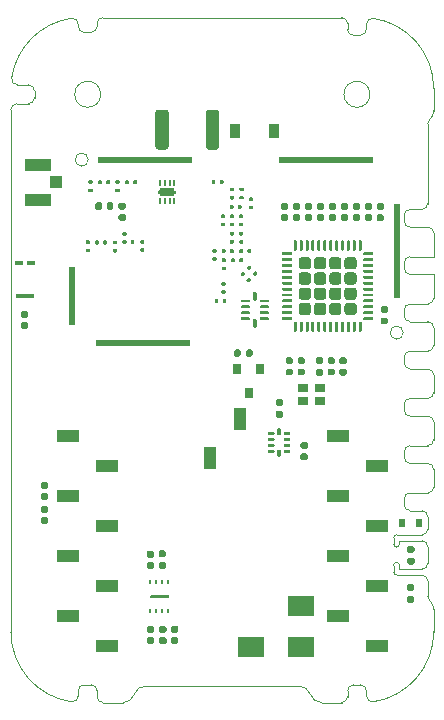
<source format=gbp>
G04 #@! TF.GenerationSoftware,KiCad,Pcbnew,(5.1.10)-1*
G04 #@! TF.CreationDate,2021-09-23T13:54:31+08:00*
G04 #@! TF.ProjectId,BeagleConnect Freedom,42656167-6c65-4436-9f6e-6e6563742046,B*
G04 #@! TF.SameCoordinates,Original*
G04 #@! TF.FileFunction,Paste,Bot*
G04 #@! TF.FilePolarity,Positive*
%FSLAX46Y46*%
G04 Gerber Fmt 4.6, Leading zero omitted, Abs format (unit mm)*
G04 Created by KiCad (PCBNEW (5.1.10)-1) date 2021-09-23 13:54:31*
%MOMM*%
%LPD*%
G01*
G04 APERTURE LIST*
G04 #@! TA.AperFunction,Profile*
%ADD10C,0.050000*%
G04 #@! TD*
%ADD11C,0.152400*%
%ADD12R,0.600000X0.700000*%
%ADD13R,2.250000X1.700000*%
%ADD14R,1.900000X1.000000*%
%ADD15R,1.000000X1.900000*%
%ADD16R,2.200000X1.050000*%
%ADD17R,1.050000X1.000000*%
%ADD18R,1.600000X0.350000*%
%ADD19R,0.650000X0.350000*%
%ADD20R,0.900000X0.800000*%
%ADD21R,0.250000X0.300000*%
%ADD22C,0.100000*%
%ADD23R,0.800000X0.900000*%
%ADD24R,0.900000X1.200000*%
%ADD25R,0.203200X0.558800*%
%ADD26R,1.244600X0.762000*%
%ADD27R,0.500000X5.000000*%
%ADD28R,0.500000X8.000000*%
%ADD29R,8.000000X0.500000*%
G04 APERTURE END LIST*
D10*
X289279000Y-51088000D02*
G75*
G03*
X289279000Y-51088000I-550000J0D01*
G01*
X262609000Y-36441000D02*
G75*
G03*
X262609000Y-36441000I-550000J0D01*
G01*
X291863382Y-48158779D02*
X291863382Y-46158779D01*
X291863382Y-48158779D02*
G75*
G02*
X291363382Y-48658779I-500000J0D01*
G01*
X289863382Y-48658779D02*
X291363382Y-48658779D01*
X289363382Y-49158779D02*
G75*
G02*
X289863382Y-48658779I500000J0D01*
G01*
X289363382Y-49658779D02*
X289363382Y-49158779D01*
X289863382Y-50158779D02*
G75*
G02*
X289363382Y-49658779I0J500000D01*
G01*
X291363382Y-50158779D02*
X289863382Y-50158779D01*
X291363382Y-50158779D02*
G75*
G02*
X291863382Y-50658779I0J-500000D01*
G01*
X291863382Y-52158779D02*
X291863382Y-50658779D01*
X291863382Y-52158779D02*
G75*
G02*
X291363382Y-52658779I-500000J0D01*
G01*
X289863382Y-52658779D02*
X291363382Y-52658779D01*
X289363382Y-53158779D02*
G75*
G02*
X289863382Y-52658779I500000J0D01*
G01*
X289363382Y-53658779D02*
X289363382Y-53158779D01*
X289863382Y-54158779D02*
G75*
G02*
X289363382Y-53658779I0J500000D01*
G01*
X291363382Y-54158779D02*
X289863382Y-54158779D01*
X291363382Y-54158779D02*
G75*
G02*
X291863382Y-54658779I0J-500000D01*
G01*
X291863382Y-56158779D02*
X291863382Y-54658779D01*
X291863382Y-56158779D02*
G75*
G02*
X291363382Y-56658779I-500000J0D01*
G01*
X289863382Y-56658779D02*
X291363382Y-56658779D01*
X289363382Y-57158779D02*
G75*
G02*
X289863382Y-56658779I500000J0D01*
G01*
X289363382Y-57658779D02*
X289363382Y-57158779D01*
X289863382Y-58158779D02*
G75*
G02*
X289363382Y-57658779I0J500000D01*
G01*
X291363382Y-58158779D02*
X289863382Y-58158779D01*
X291363382Y-58158779D02*
G75*
G02*
X291863382Y-58658779I0J-500000D01*
G01*
X291863382Y-60158779D02*
X291863382Y-58658779D01*
X291863382Y-60158779D02*
G75*
G02*
X291363382Y-60658779I-500000J0D01*
G01*
X289863382Y-60658779D02*
X291363382Y-60658779D01*
X289363382Y-61158779D02*
G75*
G02*
X289863382Y-60658779I500000J0D01*
G01*
X289363382Y-61658779D02*
X289363382Y-61158779D01*
X289863382Y-62158779D02*
G75*
G02*
X289363382Y-61658779I0J500000D01*
G01*
X291363382Y-62158779D02*
X289863382Y-62158779D01*
X291363382Y-62158779D02*
G75*
G02*
X291863382Y-62658779I0J-500000D01*
G01*
X291863382Y-64158779D02*
X291863382Y-62658779D01*
X291863382Y-64158779D02*
G75*
G02*
X291363382Y-64658779I-500000J0D01*
G01*
X289863382Y-64658779D02*
X291363382Y-64658779D01*
X289363382Y-65158779D02*
G75*
G02*
X289863382Y-64658779I500000J0D01*
G01*
X289363382Y-65658779D02*
X289363382Y-65158779D01*
X289863382Y-66158779D02*
G75*
G02*
X289363382Y-65658779I0J500000D01*
G01*
X290863382Y-66158779D02*
X289863382Y-66158779D01*
X290863382Y-66158779D02*
G75*
G02*
X291363382Y-66658779I0J-500000D01*
G01*
X291363382Y-67708779D02*
X291363382Y-66658779D01*
X291363382Y-67708779D02*
G75*
G02*
X290863382Y-68208779I-500000J0D01*
G01*
X288713382Y-68208779D02*
X290863382Y-68208779D01*
X288463382Y-68458779D02*
G75*
G02*
X288713382Y-68208779I250000J0D01*
G01*
X288463382Y-69008779D02*
X288463382Y-68458779D01*
X288963382Y-69008779D02*
G75*
G02*
X288463382Y-69008779I-250000J0D01*
G01*
X288963382Y-68708779D02*
X288963382Y-69008779D01*
X290863382Y-68708779D02*
X288963382Y-68708779D01*
X290863382Y-68708779D02*
G75*
G02*
X291363382Y-69208779I0J-500000D01*
G01*
X291363382Y-70608779D02*
X291363382Y-69208779D01*
X291363382Y-70608779D02*
G75*
G02*
X290863382Y-71108779I-500000J0D01*
G01*
X288963382Y-71108779D02*
X290863382Y-71108779D01*
X288963382Y-70808779D02*
X288963382Y-71108779D01*
X288463382Y-70808779D02*
G75*
G02*
X288963382Y-70808779I250000J0D01*
G01*
X288463382Y-71358779D02*
X288463382Y-70808779D01*
X288713382Y-71608779D02*
G75*
G02*
X288463382Y-71358779I0J250000D01*
G01*
X290863382Y-71608779D02*
X288713382Y-71608779D01*
X290863382Y-71608779D02*
G75*
G02*
X291363382Y-72108779I0J-500000D01*
G01*
X291363382Y-73408779D02*
X291363382Y-72108779D01*
X291530049Y-73781457D02*
G75*
G02*
X291363382Y-73408779I333333J372678D01*
G01*
X291530049Y-73781457D02*
G75*
G02*
X291863382Y-74526813I-666667J-745356D01*
G01*
X291863382Y-76408779D02*
X291863382Y-74526813D01*
X291863381Y-76408779D02*
G75*
G02*
X286736109Y-82344968I-5999999J0D01*
G01*
X286736109Y-82344968D02*
G75*
G02*
X286163382Y-81850286I-72727J494682D01*
G01*
X286163382Y-81408779D02*
X286163382Y-81850286D01*
X285663382Y-80908779D02*
G75*
G02*
X286163382Y-81408779I0J-500000D01*
G01*
X285063382Y-80908779D02*
X285663382Y-80908779D01*
X284563382Y-81408779D02*
G75*
G02*
X285063382Y-80908779I500000J0D01*
G01*
X284563382Y-81908779D02*
X284563382Y-81408779D01*
X284563382Y-81908779D02*
G75*
G02*
X284063382Y-82408779I-500000J0D01*
G01*
X282371260Y-82408779D02*
X284063382Y-82408779D01*
X282371260Y-82408779D02*
G75*
G02*
X281417321Y-81708779I0J1000000D01*
G01*
X280463382Y-81008779D02*
G75*
G02*
X281417321Y-81708779I0J-1000000D01*
G01*
X267463382Y-81008779D02*
X280463382Y-81008779D01*
X266509443Y-81708779D02*
G75*
G02*
X267463382Y-81008779I953939J-300000D01*
G01*
X266509442Y-81708779D02*
G75*
G02*
X265555503Y-82408779I-953939J300000D01*
G01*
X263863382Y-82408779D02*
X265555503Y-82408779D01*
X263863382Y-82408779D02*
G75*
G02*
X263363382Y-81908779I0J500000D01*
G01*
X263363382Y-81408779D02*
X263363382Y-81908779D01*
X262863382Y-80908779D02*
G75*
G02*
X263363382Y-81408779I0J-500000D01*
G01*
X262263382Y-80908779D02*
X262863382Y-80908779D01*
X261763382Y-81408779D02*
G75*
G02*
X262263382Y-80908779I500000J0D01*
G01*
X261763382Y-81850286D02*
X261763382Y-81408779D01*
X261763382Y-81850287D02*
G75*
G02*
X261190654Y-82344968I-500000J1D01*
G01*
X261190655Y-82344969D02*
G75*
G02*
X256063382Y-76408779I872727J5936190D01*
G01*
X256063382Y-32208779D02*
X256063382Y-76408779D01*
X256063382Y-32208779D02*
G75*
G02*
X256563382Y-31708779I500000J0D01*
G01*
X257563382Y-31708779D02*
X256563382Y-31708779D01*
X258063382Y-31208779D02*
G75*
G02*
X257563382Y-31708779I-500000J0D01*
G01*
X258063382Y-30608779D02*
X258063382Y-31208779D01*
X257563382Y-30108779D02*
G75*
G02*
X258063382Y-30608779I0J-500000D01*
G01*
X256621874Y-30108779D02*
X257563382Y-30108779D01*
X256621874Y-30108778D02*
G75*
G02*
X256127192Y-29536052I0J499999D01*
G01*
X256127192Y-29536052D02*
G75*
G02*
X261190654Y-24472589I5936190J-872727D01*
G01*
X261190655Y-24472590D02*
G75*
G02*
X261763382Y-24967272I72727J-494682D01*
G01*
X261763382Y-25158779D02*
X261763382Y-24967272D01*
X262263382Y-25658779D02*
G75*
G02*
X261763382Y-25158779I0J500000D01*
G01*
X262863382Y-25658779D02*
X262263382Y-25658779D01*
X263363382Y-25158779D02*
G75*
G02*
X262863382Y-25658779I-500000J0D01*
G01*
X263363382Y-24908779D02*
X263363382Y-25158779D01*
X263363382Y-24908779D02*
G75*
G02*
X263863382Y-24408779I500000J0D01*
G01*
X284063382Y-24408779D02*
X263863382Y-24408779D01*
X284063382Y-24408779D02*
G75*
G02*
X284563382Y-24908779I0J-500000D01*
G01*
X284563382Y-25408779D02*
X284563382Y-24908779D01*
X285063382Y-25908779D02*
G75*
G02*
X284563382Y-25408779I0J500000D01*
G01*
X285663382Y-25908779D02*
X285063382Y-25908779D01*
X286163382Y-25408779D02*
G75*
G02*
X285663382Y-25908779I-500000J0D01*
G01*
X286163382Y-24967272D02*
X286163382Y-25408779D01*
X286163382Y-24967272D02*
G75*
G02*
X286736109Y-24472589I500000J0D01*
G01*
X286736109Y-24472589D02*
G75*
G02*
X291863382Y-30408779I-872727J-5936190D01*
G01*
X291863382Y-32290745D02*
X291863382Y-30408779D01*
X291863382Y-32290746D02*
G75*
G02*
X291530048Y-33036101I-1000000J1D01*
G01*
X291363382Y-33408779D02*
G75*
G02*
X291530048Y-33036101I500000J0D01*
G01*
X291363382Y-40158779D02*
X291363382Y-33408779D01*
X291363382Y-40158779D02*
G75*
G02*
X290863382Y-40658779I-500000J0D01*
G01*
X289863382Y-40658779D02*
X290863382Y-40658779D01*
X289363382Y-41158779D02*
G75*
G02*
X289863382Y-40658779I500000J0D01*
G01*
X289363382Y-41658779D02*
X289363382Y-41158779D01*
X289863382Y-42158779D02*
G75*
G02*
X289363382Y-41658779I0J500000D01*
G01*
X291363382Y-42158779D02*
X289863382Y-42158779D01*
X291363382Y-42158779D02*
G75*
G02*
X291863382Y-42658779I0J-500000D01*
G01*
X291863382Y-44658779D02*
X291863382Y-42658779D01*
X289863382Y-44658779D02*
X291863382Y-44658779D01*
X289363382Y-45158779D02*
G75*
G02*
X289863382Y-44658779I500000J0D01*
G01*
X289363382Y-45658779D02*
X289363382Y-45158779D01*
X289863382Y-46158779D02*
G75*
G02*
X289363382Y-45658779I0J500000D01*
G01*
X291863382Y-46158779D02*
X289863382Y-46158779D01*
X289363382Y-57658779D02*
X289363382Y-57158779D01*
X289863382Y-58158779D02*
G75*
G02*
X289363382Y-57658779I0J500000D01*
G01*
X291363382Y-58158779D02*
X289863382Y-58158779D01*
X291363382Y-58158779D02*
G75*
G02*
X291863382Y-58658779I0J-500000D01*
G01*
X291863382Y-60158779D02*
X291863382Y-58658779D01*
X291863382Y-60158779D02*
G75*
G02*
X291363382Y-60658779I-500000J0D01*
G01*
X289863382Y-60658779D02*
X291363382Y-60658779D01*
X289363382Y-61158779D02*
G75*
G02*
X289863382Y-60658779I500000J0D01*
G01*
X289363382Y-61658779D02*
X289363382Y-61158779D01*
X289863382Y-62158779D02*
G75*
G02*
X289363382Y-61658779I0J500000D01*
G01*
X291363382Y-62158779D02*
X289863382Y-62158779D01*
X291363382Y-62158779D02*
G75*
G02*
X291863382Y-62658779I0J-500000D01*
G01*
X291863382Y-64158779D02*
X291863382Y-62658779D01*
X291863382Y-64158779D02*
G75*
G02*
X291363382Y-64658779I-500000J0D01*
G01*
X289863382Y-64658779D02*
X291363382Y-64658779D01*
X289363382Y-65158779D02*
G75*
G02*
X289863382Y-64658779I500000J0D01*
G01*
X289363382Y-65658779D02*
X289363382Y-65158779D01*
X289863382Y-66158779D02*
G75*
G02*
X289363382Y-65658779I0J500000D01*
G01*
X290863382Y-66158779D02*
X289863382Y-66158779D01*
X290863382Y-66158779D02*
G75*
G02*
X291363382Y-66658779I0J-500000D01*
G01*
X291363382Y-67708779D02*
X291363382Y-66658779D01*
X291363382Y-67708779D02*
G75*
G02*
X290863382Y-68208779I-500000J0D01*
G01*
X288713382Y-68208779D02*
X290863382Y-68208779D01*
X288463382Y-68458779D02*
G75*
G02*
X288713382Y-68208779I250000J0D01*
G01*
X288463382Y-69008779D02*
X288463382Y-68458779D01*
X288963382Y-69008779D02*
G75*
G02*
X288463382Y-69008779I-250000J0D01*
G01*
X288963382Y-68708779D02*
X288963382Y-69008779D01*
X290863382Y-68708779D02*
X288963382Y-68708779D01*
X290863382Y-68708779D02*
G75*
G02*
X291363382Y-69208779I0J-500000D01*
G01*
X291363382Y-70608779D02*
X291363382Y-69208779D01*
X291363382Y-70608779D02*
G75*
G02*
X290863382Y-71108779I-500000J0D01*
G01*
X288963382Y-71108779D02*
X290863382Y-71108779D01*
X288963382Y-70808779D02*
X288963382Y-71108779D01*
X288463382Y-70808779D02*
G75*
G02*
X288963382Y-70808779I250000J0D01*
G01*
X288463382Y-71358779D02*
X288463382Y-70808779D01*
X288713382Y-71608779D02*
G75*
G02*
X288463382Y-71358779I0J250000D01*
G01*
X290863382Y-71608779D02*
X288713382Y-71608779D01*
X290863382Y-71608779D02*
G75*
G02*
X291363382Y-72108779I0J-500000D01*
G01*
X291363382Y-73408779D02*
X291363382Y-72108779D01*
X291530049Y-73781457D02*
G75*
G02*
X291363382Y-73408779I333333J372678D01*
G01*
X291530049Y-73781457D02*
G75*
G02*
X291863382Y-74526813I-666667J-745356D01*
G01*
X291863382Y-76408779D02*
X291863382Y-74526813D01*
X291863381Y-76408779D02*
G75*
G02*
X286736109Y-82344968I-5999999J0D01*
G01*
X286736109Y-82344968D02*
G75*
G02*
X286163382Y-81850286I-72727J494682D01*
G01*
X286163382Y-81408779D02*
X286163382Y-81850286D01*
X285663382Y-80908779D02*
G75*
G02*
X286163382Y-81408779I0J-500000D01*
G01*
X285063382Y-80908779D02*
X285663382Y-80908779D01*
X284563382Y-81408779D02*
G75*
G02*
X285063382Y-80908779I500000J0D01*
G01*
X284563382Y-81908779D02*
X284563382Y-81408779D01*
X284563382Y-81908779D02*
G75*
G02*
X284063382Y-82408779I-500000J0D01*
G01*
X282371260Y-82408779D02*
X284063382Y-82408779D01*
X282371260Y-82408779D02*
G75*
G02*
X281417321Y-81708779I0J1000000D01*
G01*
X280463382Y-81008779D02*
G75*
G02*
X281417321Y-81708779I0J-1000000D01*
G01*
X267463382Y-81008779D02*
X280463382Y-81008779D01*
X266509443Y-81708779D02*
G75*
G02*
X267463382Y-81008779I953939J-300000D01*
G01*
X266509442Y-81708779D02*
G75*
G02*
X265555503Y-82408779I-953939J300000D01*
G01*
X263863382Y-82408779D02*
X265555503Y-82408779D01*
X263863382Y-82408779D02*
G75*
G02*
X263363382Y-81908779I0J500000D01*
G01*
X263363382Y-81408779D02*
X263363382Y-81908779D01*
X262863382Y-80908779D02*
G75*
G02*
X263363382Y-81408779I0J-500000D01*
G01*
X262263382Y-80908779D02*
X262863382Y-80908779D01*
X261763382Y-81408779D02*
G75*
G02*
X262263382Y-80908779I500000J0D01*
G01*
X261763382Y-81850286D02*
X261763382Y-81408779D01*
X261763382Y-81850287D02*
G75*
G02*
X261190654Y-82344968I-500000J1D01*
G01*
X261190655Y-82344969D02*
G75*
G02*
X256063382Y-76408779I872727J5936190D01*
G01*
X256063382Y-32208779D02*
X256063382Y-76408779D01*
X256063382Y-32208779D02*
G75*
G02*
X256563382Y-31708779I500000J0D01*
G01*
X257563382Y-31708779D02*
X256563382Y-31708779D01*
X258063382Y-31208779D02*
G75*
G02*
X257563382Y-31708779I-500000J0D01*
G01*
X258063382Y-30608779D02*
X258063382Y-31208779D01*
X257563382Y-30108779D02*
G75*
G02*
X258063382Y-30608779I0J-500000D01*
G01*
X256621874Y-30108779D02*
X257563382Y-30108779D01*
X256621874Y-30108778D02*
G75*
G02*
X256127192Y-29536052I0J499999D01*
G01*
X256127192Y-29536052D02*
G75*
G02*
X261190654Y-24472589I5936190J-872727D01*
G01*
X261190655Y-24472590D02*
G75*
G02*
X261763382Y-24967272I72727J-494682D01*
G01*
X261763382Y-25158779D02*
X261763382Y-24967272D01*
X262263382Y-25658779D02*
G75*
G02*
X261763382Y-25158779I0J500000D01*
G01*
X262863382Y-25658779D02*
X262263382Y-25658779D01*
X263363382Y-25158779D02*
G75*
G02*
X262863382Y-25658779I-500000J0D01*
G01*
X263363382Y-24908779D02*
X263363382Y-25158779D01*
X263363382Y-24908779D02*
G75*
G02*
X263863382Y-24408779I500000J0D01*
G01*
X284063382Y-24408779D02*
X263863382Y-24408779D01*
X284063382Y-24408779D02*
G75*
G02*
X284563382Y-24908779I0J-500000D01*
G01*
X284563382Y-25408779D02*
X284563382Y-24908779D01*
X285063382Y-25908779D02*
G75*
G02*
X284563382Y-25408779I0J500000D01*
G01*
X285663382Y-25908779D02*
X285063382Y-25908779D01*
X286163382Y-25408779D02*
G75*
G02*
X285663382Y-25908779I-500000J0D01*
G01*
X286163382Y-24967272D02*
X286163382Y-25408779D01*
X286163382Y-24967272D02*
G75*
G02*
X286736109Y-24472589I500000J0D01*
G01*
X286736109Y-24472589D02*
G75*
G02*
X291863382Y-30408779I-872727J-5936190D01*
G01*
X291863382Y-32290745D02*
X291863382Y-30408779D01*
X291863382Y-32290746D02*
G75*
G02*
X291530048Y-33036101I-1000000J1D01*
G01*
X291363382Y-33408779D02*
G75*
G02*
X291530048Y-33036101I500000J0D01*
G01*
X291363382Y-40158779D02*
X291363382Y-33408779D01*
X291363382Y-40158779D02*
G75*
G02*
X290863382Y-40658779I-500000J0D01*
G01*
X289863382Y-40658779D02*
X290863382Y-40658779D01*
X289363382Y-41158779D02*
G75*
G02*
X289863382Y-40658779I500000J0D01*
G01*
X289363382Y-41658779D02*
X289363382Y-41158779D01*
X289863382Y-42158779D02*
G75*
G02*
X289363382Y-41658779I0J500000D01*
G01*
X291363382Y-42158779D02*
X289863382Y-42158779D01*
X291363382Y-42158779D02*
G75*
G02*
X291863382Y-42658779I0J-500000D01*
G01*
X291863382Y-44658779D02*
X291863382Y-42658779D01*
X289863382Y-44658779D02*
X291863382Y-44658779D01*
X289363382Y-45158779D02*
G75*
G02*
X289863382Y-44658779I500000J0D01*
G01*
X289363382Y-45658779D02*
X289363382Y-45158779D01*
X289863382Y-46158779D02*
G75*
G02*
X289363382Y-45658779I0J500000D01*
G01*
X291863382Y-46158779D02*
X289863382Y-46158779D01*
X291863382Y-48158779D02*
X291863382Y-46158779D01*
X291863382Y-48158779D02*
G75*
G02*
X291363382Y-48658779I-500000J0D01*
G01*
X289863382Y-48658779D02*
X291363382Y-48658779D01*
X289363382Y-49158779D02*
G75*
G02*
X289863382Y-48658779I500000J0D01*
G01*
X289363382Y-49658779D02*
X289363382Y-49158779D01*
X289863382Y-50158779D02*
G75*
G02*
X289363382Y-49658779I0J500000D01*
G01*
X291363382Y-50158779D02*
X289863382Y-50158779D01*
X291363382Y-50158779D02*
G75*
G02*
X291863382Y-50658779I0J-500000D01*
G01*
X291863382Y-52158779D02*
X291863382Y-50658779D01*
X291863382Y-52158779D02*
G75*
G02*
X291363382Y-52658779I-500000J0D01*
G01*
X289863382Y-52658779D02*
X291363382Y-52658779D01*
X289363382Y-53158779D02*
G75*
G02*
X289863382Y-52658779I500000J0D01*
G01*
X289363382Y-53658779D02*
X289363382Y-53158779D01*
X289863382Y-54158779D02*
G75*
G02*
X289363382Y-53658779I0J500000D01*
G01*
X291363382Y-54158779D02*
X289863382Y-54158779D01*
X291363382Y-54158779D02*
G75*
G02*
X291863382Y-54658779I0J-500000D01*
G01*
X291863382Y-56158779D02*
X291863382Y-54658779D01*
X291863382Y-56158779D02*
G75*
G02*
X291363382Y-56658779I-500000J0D01*
G01*
X289863382Y-56658779D02*
X291363382Y-56658779D01*
X289363382Y-57158779D02*
G75*
G02*
X289863382Y-56658779I500000J0D01*
G01*
X286463382Y-30908779D02*
G75*
G03*
X286463382Y-30908779I-1100000J0D01*
G01*
X263663382Y-30908779D02*
G75*
G03*
X263663382Y-30908779I-1100000J0D01*
G01*
X286463382Y-30908779D02*
G75*
G03*
X286463382Y-30908779I-1100000J0D01*
G01*
X263663382Y-30908779D02*
G75*
G03*
X263663382Y-30908779I-1100000J0D01*
G01*
D11*
X268677700Y-39058400D02*
X268626900Y-39058400D01*
X268626900Y-39058400D02*
X268626900Y-39160000D01*
X268626900Y-39160000D02*
X268677700Y-39160000D01*
X268677700Y-39160000D02*
X268677700Y-39058400D01*
X268677700Y-39261600D02*
X268626900Y-39261600D01*
X268626900Y-39261600D02*
X268626900Y-39160000D01*
X268626900Y-39160000D02*
X268677700Y-39160000D01*
X268677700Y-39160000D02*
X268677700Y-39261600D01*
X269922300Y-39058400D02*
X269973100Y-39058400D01*
X269973100Y-39058400D02*
X269973100Y-39160000D01*
X269973100Y-39160000D02*
X269922300Y-39160000D01*
X269922300Y-39160000D02*
X269922300Y-39058400D01*
X269922300Y-39261600D02*
X269973100Y-39261600D01*
X269973100Y-39261600D02*
X269973100Y-39160000D01*
X269973100Y-39160000D02*
X269922300Y-39160000D01*
X269922300Y-39160000D02*
X269922300Y-39261600D01*
G36*
G01*
X284303500Y-45489000D02*
X284303500Y-44949000D01*
G75*
G02*
X284553500Y-44699000I250000J0D01*
G01*
X285093500Y-44699000D01*
G75*
G02*
X285343500Y-44949000I0J-250000D01*
G01*
X285343500Y-45489000D01*
G75*
G02*
X285093500Y-45739000I-250000J0D01*
G01*
X284553500Y-45739000D01*
G75*
G02*
X284303500Y-45489000I0J250000D01*
G01*
G37*
G36*
G01*
X284303500Y-46779000D02*
X284303500Y-46239000D01*
G75*
G02*
X284553500Y-45989000I250000J0D01*
G01*
X285093500Y-45989000D01*
G75*
G02*
X285343500Y-46239000I0J-250000D01*
G01*
X285343500Y-46779000D01*
G75*
G02*
X285093500Y-47029000I-250000J0D01*
G01*
X284553500Y-47029000D01*
G75*
G02*
X284303500Y-46779000I0J250000D01*
G01*
G37*
G36*
G01*
X284303500Y-48069000D02*
X284303500Y-47529000D01*
G75*
G02*
X284553500Y-47279000I250000J0D01*
G01*
X285093500Y-47279000D01*
G75*
G02*
X285343500Y-47529000I0J-250000D01*
G01*
X285343500Y-48069000D01*
G75*
G02*
X285093500Y-48319000I-250000J0D01*
G01*
X284553500Y-48319000D01*
G75*
G02*
X284303500Y-48069000I0J250000D01*
G01*
G37*
G36*
G01*
X284303500Y-49359000D02*
X284303500Y-48819000D01*
G75*
G02*
X284553500Y-48569000I250000J0D01*
G01*
X285093500Y-48569000D01*
G75*
G02*
X285343500Y-48819000I0J-250000D01*
G01*
X285343500Y-49359000D01*
G75*
G02*
X285093500Y-49609000I-250000J0D01*
G01*
X284553500Y-49609000D01*
G75*
G02*
X284303500Y-49359000I0J250000D01*
G01*
G37*
G36*
G01*
X283013500Y-45489000D02*
X283013500Y-44949000D01*
G75*
G02*
X283263500Y-44699000I250000J0D01*
G01*
X283803500Y-44699000D01*
G75*
G02*
X284053500Y-44949000I0J-250000D01*
G01*
X284053500Y-45489000D01*
G75*
G02*
X283803500Y-45739000I-250000J0D01*
G01*
X283263500Y-45739000D01*
G75*
G02*
X283013500Y-45489000I0J250000D01*
G01*
G37*
G36*
G01*
X283013500Y-46779000D02*
X283013500Y-46239000D01*
G75*
G02*
X283263500Y-45989000I250000J0D01*
G01*
X283803500Y-45989000D01*
G75*
G02*
X284053500Y-46239000I0J-250000D01*
G01*
X284053500Y-46779000D01*
G75*
G02*
X283803500Y-47029000I-250000J0D01*
G01*
X283263500Y-47029000D01*
G75*
G02*
X283013500Y-46779000I0J250000D01*
G01*
G37*
G36*
G01*
X283013500Y-48069000D02*
X283013500Y-47529000D01*
G75*
G02*
X283263500Y-47279000I250000J0D01*
G01*
X283803500Y-47279000D01*
G75*
G02*
X284053500Y-47529000I0J-250000D01*
G01*
X284053500Y-48069000D01*
G75*
G02*
X283803500Y-48319000I-250000J0D01*
G01*
X283263500Y-48319000D01*
G75*
G02*
X283013500Y-48069000I0J250000D01*
G01*
G37*
G36*
G01*
X283013500Y-49359000D02*
X283013500Y-48819000D01*
G75*
G02*
X283263500Y-48569000I250000J0D01*
G01*
X283803500Y-48569000D01*
G75*
G02*
X284053500Y-48819000I0J-250000D01*
G01*
X284053500Y-49359000D01*
G75*
G02*
X283803500Y-49609000I-250000J0D01*
G01*
X283263500Y-49609000D01*
G75*
G02*
X283013500Y-49359000I0J250000D01*
G01*
G37*
G36*
G01*
X281723500Y-45489000D02*
X281723500Y-44949000D01*
G75*
G02*
X281973500Y-44699000I250000J0D01*
G01*
X282513500Y-44699000D01*
G75*
G02*
X282763500Y-44949000I0J-250000D01*
G01*
X282763500Y-45489000D01*
G75*
G02*
X282513500Y-45739000I-250000J0D01*
G01*
X281973500Y-45739000D01*
G75*
G02*
X281723500Y-45489000I0J250000D01*
G01*
G37*
G36*
G01*
X281723500Y-46779000D02*
X281723500Y-46239000D01*
G75*
G02*
X281973500Y-45989000I250000J0D01*
G01*
X282513500Y-45989000D01*
G75*
G02*
X282763500Y-46239000I0J-250000D01*
G01*
X282763500Y-46779000D01*
G75*
G02*
X282513500Y-47029000I-250000J0D01*
G01*
X281973500Y-47029000D01*
G75*
G02*
X281723500Y-46779000I0J250000D01*
G01*
G37*
G36*
G01*
X281723500Y-48069000D02*
X281723500Y-47529000D01*
G75*
G02*
X281973500Y-47279000I250000J0D01*
G01*
X282513500Y-47279000D01*
G75*
G02*
X282763500Y-47529000I0J-250000D01*
G01*
X282763500Y-48069000D01*
G75*
G02*
X282513500Y-48319000I-250000J0D01*
G01*
X281973500Y-48319000D01*
G75*
G02*
X281723500Y-48069000I0J250000D01*
G01*
G37*
G36*
G01*
X281723500Y-49359000D02*
X281723500Y-48819000D01*
G75*
G02*
X281973500Y-48569000I250000J0D01*
G01*
X282513500Y-48569000D01*
G75*
G02*
X282763500Y-48819000I0J-250000D01*
G01*
X282763500Y-49359000D01*
G75*
G02*
X282513500Y-49609000I-250000J0D01*
G01*
X281973500Y-49609000D01*
G75*
G02*
X281723500Y-49359000I0J250000D01*
G01*
G37*
G36*
G01*
X280433500Y-45489000D02*
X280433500Y-44949000D01*
G75*
G02*
X280683500Y-44699000I250000J0D01*
G01*
X281223500Y-44699000D01*
G75*
G02*
X281473500Y-44949000I0J-250000D01*
G01*
X281473500Y-45489000D01*
G75*
G02*
X281223500Y-45739000I-250000J0D01*
G01*
X280683500Y-45739000D01*
G75*
G02*
X280433500Y-45489000I0J250000D01*
G01*
G37*
G36*
G01*
X280433500Y-46779000D02*
X280433500Y-46239000D01*
G75*
G02*
X280683500Y-45989000I250000J0D01*
G01*
X281223500Y-45989000D01*
G75*
G02*
X281473500Y-46239000I0J-250000D01*
G01*
X281473500Y-46779000D01*
G75*
G02*
X281223500Y-47029000I-250000J0D01*
G01*
X280683500Y-47029000D01*
G75*
G02*
X280433500Y-46779000I0J250000D01*
G01*
G37*
G36*
G01*
X280433500Y-48069000D02*
X280433500Y-47529000D01*
G75*
G02*
X280683500Y-47279000I250000J0D01*
G01*
X281223500Y-47279000D01*
G75*
G02*
X281473500Y-47529000I0J-250000D01*
G01*
X281473500Y-48069000D01*
G75*
G02*
X281223500Y-48319000I-250000J0D01*
G01*
X280683500Y-48319000D01*
G75*
G02*
X280433500Y-48069000I0J250000D01*
G01*
G37*
G36*
G01*
X280433500Y-49359000D02*
X280433500Y-48819000D01*
G75*
G02*
X280683500Y-48569000I250000J0D01*
G01*
X281223500Y-48569000D01*
G75*
G02*
X281473500Y-48819000I0J-250000D01*
G01*
X281473500Y-49359000D01*
G75*
G02*
X281223500Y-49609000I-250000J0D01*
G01*
X280683500Y-49609000D01*
G75*
G02*
X280433500Y-49359000I0J250000D01*
G01*
G37*
G36*
G01*
X280013500Y-50966500D02*
X280013500Y-50216500D01*
G75*
G02*
X280076000Y-50154000I62500J0D01*
G01*
X280201000Y-50154000D01*
G75*
G02*
X280263500Y-50216500I0J-62500D01*
G01*
X280263500Y-50966500D01*
G75*
G02*
X280201000Y-51029000I-62500J0D01*
G01*
X280076000Y-51029000D01*
G75*
G02*
X280013500Y-50966500I0J62500D01*
G01*
G37*
G36*
G01*
X280513500Y-50966500D02*
X280513500Y-50216500D01*
G75*
G02*
X280576000Y-50154000I62500J0D01*
G01*
X280701000Y-50154000D01*
G75*
G02*
X280763500Y-50216500I0J-62500D01*
G01*
X280763500Y-50966500D01*
G75*
G02*
X280701000Y-51029000I-62500J0D01*
G01*
X280576000Y-51029000D01*
G75*
G02*
X280513500Y-50966500I0J62500D01*
G01*
G37*
G36*
G01*
X281013500Y-50966500D02*
X281013500Y-50216500D01*
G75*
G02*
X281076000Y-50154000I62500J0D01*
G01*
X281201000Y-50154000D01*
G75*
G02*
X281263500Y-50216500I0J-62500D01*
G01*
X281263500Y-50966500D01*
G75*
G02*
X281201000Y-51029000I-62500J0D01*
G01*
X281076000Y-51029000D01*
G75*
G02*
X281013500Y-50966500I0J62500D01*
G01*
G37*
G36*
G01*
X281513500Y-50966500D02*
X281513500Y-50216500D01*
G75*
G02*
X281576000Y-50154000I62500J0D01*
G01*
X281701000Y-50154000D01*
G75*
G02*
X281763500Y-50216500I0J-62500D01*
G01*
X281763500Y-50966500D01*
G75*
G02*
X281701000Y-51029000I-62500J0D01*
G01*
X281576000Y-51029000D01*
G75*
G02*
X281513500Y-50966500I0J62500D01*
G01*
G37*
G36*
G01*
X282013500Y-50966500D02*
X282013500Y-50216500D01*
G75*
G02*
X282076000Y-50154000I62500J0D01*
G01*
X282201000Y-50154000D01*
G75*
G02*
X282263500Y-50216500I0J-62500D01*
G01*
X282263500Y-50966500D01*
G75*
G02*
X282201000Y-51029000I-62500J0D01*
G01*
X282076000Y-51029000D01*
G75*
G02*
X282013500Y-50966500I0J62500D01*
G01*
G37*
G36*
G01*
X282513500Y-50966500D02*
X282513500Y-50216500D01*
G75*
G02*
X282576000Y-50154000I62500J0D01*
G01*
X282701000Y-50154000D01*
G75*
G02*
X282763500Y-50216500I0J-62500D01*
G01*
X282763500Y-50966500D01*
G75*
G02*
X282701000Y-51029000I-62500J0D01*
G01*
X282576000Y-51029000D01*
G75*
G02*
X282513500Y-50966500I0J62500D01*
G01*
G37*
G36*
G01*
X283013500Y-50966500D02*
X283013500Y-50216500D01*
G75*
G02*
X283076000Y-50154000I62500J0D01*
G01*
X283201000Y-50154000D01*
G75*
G02*
X283263500Y-50216500I0J-62500D01*
G01*
X283263500Y-50966500D01*
G75*
G02*
X283201000Y-51029000I-62500J0D01*
G01*
X283076000Y-51029000D01*
G75*
G02*
X283013500Y-50966500I0J62500D01*
G01*
G37*
G36*
G01*
X283513500Y-50966500D02*
X283513500Y-50216500D01*
G75*
G02*
X283576000Y-50154000I62500J0D01*
G01*
X283701000Y-50154000D01*
G75*
G02*
X283763500Y-50216500I0J-62500D01*
G01*
X283763500Y-50966500D01*
G75*
G02*
X283701000Y-51029000I-62500J0D01*
G01*
X283576000Y-51029000D01*
G75*
G02*
X283513500Y-50966500I0J62500D01*
G01*
G37*
G36*
G01*
X284013500Y-50966500D02*
X284013500Y-50216500D01*
G75*
G02*
X284076000Y-50154000I62500J0D01*
G01*
X284201000Y-50154000D01*
G75*
G02*
X284263500Y-50216500I0J-62500D01*
G01*
X284263500Y-50966500D01*
G75*
G02*
X284201000Y-51029000I-62500J0D01*
G01*
X284076000Y-51029000D01*
G75*
G02*
X284013500Y-50966500I0J62500D01*
G01*
G37*
G36*
G01*
X284513500Y-50966500D02*
X284513500Y-50216500D01*
G75*
G02*
X284576000Y-50154000I62500J0D01*
G01*
X284701000Y-50154000D01*
G75*
G02*
X284763500Y-50216500I0J-62500D01*
G01*
X284763500Y-50966500D01*
G75*
G02*
X284701000Y-51029000I-62500J0D01*
G01*
X284576000Y-51029000D01*
G75*
G02*
X284513500Y-50966500I0J62500D01*
G01*
G37*
G36*
G01*
X285013500Y-50966500D02*
X285013500Y-50216500D01*
G75*
G02*
X285076000Y-50154000I62500J0D01*
G01*
X285201000Y-50154000D01*
G75*
G02*
X285263500Y-50216500I0J-62500D01*
G01*
X285263500Y-50966500D01*
G75*
G02*
X285201000Y-51029000I-62500J0D01*
G01*
X285076000Y-51029000D01*
G75*
G02*
X285013500Y-50966500I0J62500D01*
G01*
G37*
G36*
G01*
X285513500Y-50966500D02*
X285513500Y-50216500D01*
G75*
G02*
X285576000Y-50154000I62500J0D01*
G01*
X285701000Y-50154000D01*
G75*
G02*
X285763500Y-50216500I0J-62500D01*
G01*
X285763500Y-50966500D01*
G75*
G02*
X285701000Y-51029000I-62500J0D01*
G01*
X285576000Y-51029000D01*
G75*
G02*
X285513500Y-50966500I0J62500D01*
G01*
G37*
G36*
G01*
X285888500Y-49966500D02*
X285888500Y-49841500D01*
G75*
G02*
X285951000Y-49779000I62500J0D01*
G01*
X286701000Y-49779000D01*
G75*
G02*
X286763500Y-49841500I0J-62500D01*
G01*
X286763500Y-49966500D01*
G75*
G02*
X286701000Y-50029000I-62500J0D01*
G01*
X285951000Y-50029000D01*
G75*
G02*
X285888500Y-49966500I0J62500D01*
G01*
G37*
G36*
G01*
X285888500Y-49466500D02*
X285888500Y-49341500D01*
G75*
G02*
X285951000Y-49279000I62500J0D01*
G01*
X286701000Y-49279000D01*
G75*
G02*
X286763500Y-49341500I0J-62500D01*
G01*
X286763500Y-49466500D01*
G75*
G02*
X286701000Y-49529000I-62500J0D01*
G01*
X285951000Y-49529000D01*
G75*
G02*
X285888500Y-49466500I0J62500D01*
G01*
G37*
G36*
G01*
X285888500Y-48966500D02*
X285888500Y-48841500D01*
G75*
G02*
X285951000Y-48779000I62500J0D01*
G01*
X286701000Y-48779000D01*
G75*
G02*
X286763500Y-48841500I0J-62500D01*
G01*
X286763500Y-48966500D01*
G75*
G02*
X286701000Y-49029000I-62500J0D01*
G01*
X285951000Y-49029000D01*
G75*
G02*
X285888500Y-48966500I0J62500D01*
G01*
G37*
G36*
G01*
X285888500Y-48466500D02*
X285888500Y-48341500D01*
G75*
G02*
X285951000Y-48279000I62500J0D01*
G01*
X286701000Y-48279000D01*
G75*
G02*
X286763500Y-48341500I0J-62500D01*
G01*
X286763500Y-48466500D01*
G75*
G02*
X286701000Y-48529000I-62500J0D01*
G01*
X285951000Y-48529000D01*
G75*
G02*
X285888500Y-48466500I0J62500D01*
G01*
G37*
G36*
G01*
X285888500Y-47966500D02*
X285888500Y-47841500D01*
G75*
G02*
X285951000Y-47779000I62500J0D01*
G01*
X286701000Y-47779000D01*
G75*
G02*
X286763500Y-47841500I0J-62500D01*
G01*
X286763500Y-47966500D01*
G75*
G02*
X286701000Y-48029000I-62500J0D01*
G01*
X285951000Y-48029000D01*
G75*
G02*
X285888500Y-47966500I0J62500D01*
G01*
G37*
G36*
G01*
X285888500Y-47466500D02*
X285888500Y-47341500D01*
G75*
G02*
X285951000Y-47279000I62500J0D01*
G01*
X286701000Y-47279000D01*
G75*
G02*
X286763500Y-47341500I0J-62500D01*
G01*
X286763500Y-47466500D01*
G75*
G02*
X286701000Y-47529000I-62500J0D01*
G01*
X285951000Y-47529000D01*
G75*
G02*
X285888500Y-47466500I0J62500D01*
G01*
G37*
G36*
G01*
X285888500Y-46966500D02*
X285888500Y-46841500D01*
G75*
G02*
X285951000Y-46779000I62500J0D01*
G01*
X286701000Y-46779000D01*
G75*
G02*
X286763500Y-46841500I0J-62500D01*
G01*
X286763500Y-46966500D01*
G75*
G02*
X286701000Y-47029000I-62500J0D01*
G01*
X285951000Y-47029000D01*
G75*
G02*
X285888500Y-46966500I0J62500D01*
G01*
G37*
G36*
G01*
X285888500Y-46466500D02*
X285888500Y-46341500D01*
G75*
G02*
X285951000Y-46279000I62500J0D01*
G01*
X286701000Y-46279000D01*
G75*
G02*
X286763500Y-46341500I0J-62500D01*
G01*
X286763500Y-46466500D01*
G75*
G02*
X286701000Y-46529000I-62500J0D01*
G01*
X285951000Y-46529000D01*
G75*
G02*
X285888500Y-46466500I0J62500D01*
G01*
G37*
G36*
G01*
X285888500Y-45966500D02*
X285888500Y-45841500D01*
G75*
G02*
X285951000Y-45779000I62500J0D01*
G01*
X286701000Y-45779000D01*
G75*
G02*
X286763500Y-45841500I0J-62500D01*
G01*
X286763500Y-45966500D01*
G75*
G02*
X286701000Y-46029000I-62500J0D01*
G01*
X285951000Y-46029000D01*
G75*
G02*
X285888500Y-45966500I0J62500D01*
G01*
G37*
G36*
G01*
X285888500Y-45466500D02*
X285888500Y-45341500D01*
G75*
G02*
X285951000Y-45279000I62500J0D01*
G01*
X286701000Y-45279000D01*
G75*
G02*
X286763500Y-45341500I0J-62500D01*
G01*
X286763500Y-45466500D01*
G75*
G02*
X286701000Y-45529000I-62500J0D01*
G01*
X285951000Y-45529000D01*
G75*
G02*
X285888500Y-45466500I0J62500D01*
G01*
G37*
G36*
G01*
X285888500Y-44966500D02*
X285888500Y-44841500D01*
G75*
G02*
X285951000Y-44779000I62500J0D01*
G01*
X286701000Y-44779000D01*
G75*
G02*
X286763500Y-44841500I0J-62500D01*
G01*
X286763500Y-44966500D01*
G75*
G02*
X286701000Y-45029000I-62500J0D01*
G01*
X285951000Y-45029000D01*
G75*
G02*
X285888500Y-44966500I0J62500D01*
G01*
G37*
G36*
G01*
X285888500Y-44466500D02*
X285888500Y-44341500D01*
G75*
G02*
X285951000Y-44279000I62500J0D01*
G01*
X286701000Y-44279000D01*
G75*
G02*
X286763500Y-44341500I0J-62500D01*
G01*
X286763500Y-44466500D01*
G75*
G02*
X286701000Y-44529000I-62500J0D01*
G01*
X285951000Y-44529000D01*
G75*
G02*
X285888500Y-44466500I0J62500D01*
G01*
G37*
G36*
G01*
X285513500Y-44091500D02*
X285513500Y-43341500D01*
G75*
G02*
X285576000Y-43279000I62500J0D01*
G01*
X285701000Y-43279000D01*
G75*
G02*
X285763500Y-43341500I0J-62500D01*
G01*
X285763500Y-44091500D01*
G75*
G02*
X285701000Y-44154000I-62500J0D01*
G01*
X285576000Y-44154000D01*
G75*
G02*
X285513500Y-44091500I0J62500D01*
G01*
G37*
G36*
G01*
X285013500Y-44091500D02*
X285013500Y-43341500D01*
G75*
G02*
X285076000Y-43279000I62500J0D01*
G01*
X285201000Y-43279000D01*
G75*
G02*
X285263500Y-43341500I0J-62500D01*
G01*
X285263500Y-44091500D01*
G75*
G02*
X285201000Y-44154000I-62500J0D01*
G01*
X285076000Y-44154000D01*
G75*
G02*
X285013500Y-44091500I0J62500D01*
G01*
G37*
G36*
G01*
X284513500Y-44091500D02*
X284513500Y-43341500D01*
G75*
G02*
X284576000Y-43279000I62500J0D01*
G01*
X284701000Y-43279000D01*
G75*
G02*
X284763500Y-43341500I0J-62500D01*
G01*
X284763500Y-44091500D01*
G75*
G02*
X284701000Y-44154000I-62500J0D01*
G01*
X284576000Y-44154000D01*
G75*
G02*
X284513500Y-44091500I0J62500D01*
G01*
G37*
G36*
G01*
X284013500Y-44091500D02*
X284013500Y-43341500D01*
G75*
G02*
X284076000Y-43279000I62500J0D01*
G01*
X284201000Y-43279000D01*
G75*
G02*
X284263500Y-43341500I0J-62500D01*
G01*
X284263500Y-44091500D01*
G75*
G02*
X284201000Y-44154000I-62500J0D01*
G01*
X284076000Y-44154000D01*
G75*
G02*
X284013500Y-44091500I0J62500D01*
G01*
G37*
G36*
G01*
X283513500Y-44091500D02*
X283513500Y-43341500D01*
G75*
G02*
X283576000Y-43279000I62500J0D01*
G01*
X283701000Y-43279000D01*
G75*
G02*
X283763500Y-43341500I0J-62500D01*
G01*
X283763500Y-44091500D01*
G75*
G02*
X283701000Y-44154000I-62500J0D01*
G01*
X283576000Y-44154000D01*
G75*
G02*
X283513500Y-44091500I0J62500D01*
G01*
G37*
G36*
G01*
X283013500Y-44091500D02*
X283013500Y-43341500D01*
G75*
G02*
X283076000Y-43279000I62500J0D01*
G01*
X283201000Y-43279000D01*
G75*
G02*
X283263500Y-43341500I0J-62500D01*
G01*
X283263500Y-44091500D01*
G75*
G02*
X283201000Y-44154000I-62500J0D01*
G01*
X283076000Y-44154000D01*
G75*
G02*
X283013500Y-44091500I0J62500D01*
G01*
G37*
G36*
G01*
X282513500Y-44091500D02*
X282513500Y-43341500D01*
G75*
G02*
X282576000Y-43279000I62500J0D01*
G01*
X282701000Y-43279000D01*
G75*
G02*
X282763500Y-43341500I0J-62500D01*
G01*
X282763500Y-44091500D01*
G75*
G02*
X282701000Y-44154000I-62500J0D01*
G01*
X282576000Y-44154000D01*
G75*
G02*
X282513500Y-44091500I0J62500D01*
G01*
G37*
G36*
G01*
X282013500Y-44091500D02*
X282013500Y-43341500D01*
G75*
G02*
X282076000Y-43279000I62500J0D01*
G01*
X282201000Y-43279000D01*
G75*
G02*
X282263500Y-43341500I0J-62500D01*
G01*
X282263500Y-44091500D01*
G75*
G02*
X282201000Y-44154000I-62500J0D01*
G01*
X282076000Y-44154000D01*
G75*
G02*
X282013500Y-44091500I0J62500D01*
G01*
G37*
G36*
G01*
X281513500Y-44091500D02*
X281513500Y-43341500D01*
G75*
G02*
X281576000Y-43279000I62500J0D01*
G01*
X281701000Y-43279000D01*
G75*
G02*
X281763500Y-43341500I0J-62500D01*
G01*
X281763500Y-44091500D01*
G75*
G02*
X281701000Y-44154000I-62500J0D01*
G01*
X281576000Y-44154000D01*
G75*
G02*
X281513500Y-44091500I0J62500D01*
G01*
G37*
G36*
G01*
X281013500Y-44091500D02*
X281013500Y-43341500D01*
G75*
G02*
X281076000Y-43279000I62500J0D01*
G01*
X281201000Y-43279000D01*
G75*
G02*
X281263500Y-43341500I0J-62500D01*
G01*
X281263500Y-44091500D01*
G75*
G02*
X281201000Y-44154000I-62500J0D01*
G01*
X281076000Y-44154000D01*
G75*
G02*
X281013500Y-44091500I0J62500D01*
G01*
G37*
G36*
G01*
X280513500Y-44091500D02*
X280513500Y-43341500D01*
G75*
G02*
X280576000Y-43279000I62500J0D01*
G01*
X280701000Y-43279000D01*
G75*
G02*
X280763500Y-43341500I0J-62500D01*
G01*
X280763500Y-44091500D01*
G75*
G02*
X280701000Y-44154000I-62500J0D01*
G01*
X280576000Y-44154000D01*
G75*
G02*
X280513500Y-44091500I0J62500D01*
G01*
G37*
G36*
G01*
X280013500Y-44091500D02*
X280013500Y-43341500D01*
G75*
G02*
X280076000Y-43279000I62500J0D01*
G01*
X280201000Y-43279000D01*
G75*
G02*
X280263500Y-43341500I0J-62500D01*
G01*
X280263500Y-44091500D01*
G75*
G02*
X280201000Y-44154000I-62500J0D01*
G01*
X280076000Y-44154000D01*
G75*
G02*
X280013500Y-44091500I0J62500D01*
G01*
G37*
G36*
G01*
X279013500Y-44466500D02*
X279013500Y-44341500D01*
G75*
G02*
X279076000Y-44279000I62500J0D01*
G01*
X279826000Y-44279000D01*
G75*
G02*
X279888500Y-44341500I0J-62500D01*
G01*
X279888500Y-44466500D01*
G75*
G02*
X279826000Y-44529000I-62500J0D01*
G01*
X279076000Y-44529000D01*
G75*
G02*
X279013500Y-44466500I0J62500D01*
G01*
G37*
G36*
G01*
X279013500Y-44966500D02*
X279013500Y-44841500D01*
G75*
G02*
X279076000Y-44779000I62500J0D01*
G01*
X279826000Y-44779000D01*
G75*
G02*
X279888500Y-44841500I0J-62500D01*
G01*
X279888500Y-44966500D01*
G75*
G02*
X279826000Y-45029000I-62500J0D01*
G01*
X279076000Y-45029000D01*
G75*
G02*
X279013500Y-44966500I0J62500D01*
G01*
G37*
G36*
G01*
X279013500Y-45466500D02*
X279013500Y-45341500D01*
G75*
G02*
X279076000Y-45279000I62500J0D01*
G01*
X279826000Y-45279000D01*
G75*
G02*
X279888500Y-45341500I0J-62500D01*
G01*
X279888500Y-45466500D01*
G75*
G02*
X279826000Y-45529000I-62500J0D01*
G01*
X279076000Y-45529000D01*
G75*
G02*
X279013500Y-45466500I0J62500D01*
G01*
G37*
G36*
G01*
X279013500Y-45966500D02*
X279013500Y-45841500D01*
G75*
G02*
X279076000Y-45779000I62500J0D01*
G01*
X279826000Y-45779000D01*
G75*
G02*
X279888500Y-45841500I0J-62500D01*
G01*
X279888500Y-45966500D01*
G75*
G02*
X279826000Y-46029000I-62500J0D01*
G01*
X279076000Y-46029000D01*
G75*
G02*
X279013500Y-45966500I0J62500D01*
G01*
G37*
G36*
G01*
X279013500Y-46466500D02*
X279013500Y-46341500D01*
G75*
G02*
X279076000Y-46279000I62500J0D01*
G01*
X279826000Y-46279000D01*
G75*
G02*
X279888500Y-46341500I0J-62500D01*
G01*
X279888500Y-46466500D01*
G75*
G02*
X279826000Y-46529000I-62500J0D01*
G01*
X279076000Y-46529000D01*
G75*
G02*
X279013500Y-46466500I0J62500D01*
G01*
G37*
G36*
G01*
X279013500Y-46966500D02*
X279013500Y-46841500D01*
G75*
G02*
X279076000Y-46779000I62500J0D01*
G01*
X279826000Y-46779000D01*
G75*
G02*
X279888500Y-46841500I0J-62500D01*
G01*
X279888500Y-46966500D01*
G75*
G02*
X279826000Y-47029000I-62500J0D01*
G01*
X279076000Y-47029000D01*
G75*
G02*
X279013500Y-46966500I0J62500D01*
G01*
G37*
G36*
G01*
X279013500Y-47466500D02*
X279013500Y-47341500D01*
G75*
G02*
X279076000Y-47279000I62500J0D01*
G01*
X279826000Y-47279000D01*
G75*
G02*
X279888500Y-47341500I0J-62500D01*
G01*
X279888500Y-47466500D01*
G75*
G02*
X279826000Y-47529000I-62500J0D01*
G01*
X279076000Y-47529000D01*
G75*
G02*
X279013500Y-47466500I0J62500D01*
G01*
G37*
G36*
G01*
X279013500Y-47966500D02*
X279013500Y-47841500D01*
G75*
G02*
X279076000Y-47779000I62500J0D01*
G01*
X279826000Y-47779000D01*
G75*
G02*
X279888500Y-47841500I0J-62500D01*
G01*
X279888500Y-47966500D01*
G75*
G02*
X279826000Y-48029000I-62500J0D01*
G01*
X279076000Y-48029000D01*
G75*
G02*
X279013500Y-47966500I0J62500D01*
G01*
G37*
G36*
G01*
X279013500Y-48466500D02*
X279013500Y-48341500D01*
G75*
G02*
X279076000Y-48279000I62500J0D01*
G01*
X279826000Y-48279000D01*
G75*
G02*
X279888500Y-48341500I0J-62500D01*
G01*
X279888500Y-48466500D01*
G75*
G02*
X279826000Y-48529000I-62500J0D01*
G01*
X279076000Y-48529000D01*
G75*
G02*
X279013500Y-48466500I0J62500D01*
G01*
G37*
G36*
G01*
X279013500Y-48966500D02*
X279013500Y-48841500D01*
G75*
G02*
X279076000Y-48779000I62500J0D01*
G01*
X279826000Y-48779000D01*
G75*
G02*
X279888500Y-48841500I0J-62500D01*
G01*
X279888500Y-48966500D01*
G75*
G02*
X279826000Y-49029000I-62500J0D01*
G01*
X279076000Y-49029000D01*
G75*
G02*
X279013500Y-48966500I0J62500D01*
G01*
G37*
G36*
G01*
X279013500Y-49466500D02*
X279013500Y-49341500D01*
G75*
G02*
X279076000Y-49279000I62500J0D01*
G01*
X279826000Y-49279000D01*
G75*
G02*
X279888500Y-49341500I0J-62500D01*
G01*
X279888500Y-49466500D01*
G75*
G02*
X279826000Y-49529000I-62500J0D01*
G01*
X279076000Y-49529000D01*
G75*
G02*
X279013500Y-49466500I0J62500D01*
G01*
G37*
G36*
G01*
X279013500Y-49966500D02*
X279013500Y-49841500D01*
G75*
G02*
X279076000Y-49779000I62500J0D01*
G01*
X279826000Y-49779000D01*
G75*
G02*
X279888500Y-49841500I0J-62500D01*
G01*
X279888500Y-49966500D01*
G75*
G02*
X279826000Y-50029000I-62500J0D01*
G01*
X279076000Y-50029000D01*
G75*
G02*
X279013500Y-49966500I0J62500D01*
G01*
G37*
D12*
X290600000Y-67200000D03*
X289200000Y-67200000D03*
G36*
G01*
X289750300Y-70136000D02*
X290095300Y-70136000D01*
G75*
G02*
X290242800Y-70283500I0J-147500D01*
G01*
X290242800Y-70578500D01*
G75*
G02*
X290095300Y-70726000I-147500J0D01*
G01*
X289750300Y-70726000D01*
G75*
G02*
X289602800Y-70578500I0J147500D01*
G01*
X289602800Y-70283500D01*
G75*
G02*
X289750300Y-70136000I147500J0D01*
G01*
G37*
G36*
G01*
X289750300Y-69166000D02*
X290095300Y-69166000D01*
G75*
G02*
X290242800Y-69313500I0J-147500D01*
G01*
X290242800Y-69608500D01*
G75*
G02*
X290095300Y-69756000I-147500J0D01*
G01*
X289750300Y-69756000D01*
G75*
G02*
X289602800Y-69608500I0J147500D01*
G01*
X289602800Y-69313500D01*
G75*
G02*
X289750300Y-69166000I147500J0D01*
G01*
G37*
D13*
X280610000Y-77700000D03*
X276360000Y-77700000D03*
X280610000Y-74200000D03*
G36*
G01*
X284352500Y-53765000D02*
X284007500Y-53765000D01*
G75*
G02*
X283860000Y-53617500I0J147500D01*
G01*
X283860000Y-53322500D01*
G75*
G02*
X284007500Y-53175000I147500J0D01*
G01*
X284352500Y-53175000D01*
G75*
G02*
X284500000Y-53322500I0J-147500D01*
G01*
X284500000Y-53617500D01*
G75*
G02*
X284352500Y-53765000I-147500J0D01*
G01*
G37*
G36*
G01*
X284352500Y-54735000D02*
X284007500Y-54735000D01*
G75*
G02*
X283860000Y-54587500I0J147500D01*
G01*
X283860000Y-54292500D01*
G75*
G02*
X284007500Y-54145000I147500J0D01*
G01*
X284352500Y-54145000D01*
G75*
G02*
X284500000Y-54292500I0J-147500D01*
G01*
X284500000Y-54587500D01*
G75*
G02*
X284352500Y-54735000I-147500J0D01*
G01*
G37*
D14*
X283740000Y-70040000D03*
X283740000Y-64960000D03*
X283740000Y-75120000D03*
X287040000Y-67500000D03*
X283740000Y-59880000D03*
X287040000Y-62420000D03*
X287040000Y-72580000D03*
X287040000Y-77660000D03*
X264180000Y-62420000D03*
X264180000Y-67500000D03*
X264180000Y-72580000D03*
X264180000Y-77660000D03*
X260880000Y-59880000D03*
X260880000Y-64960000D03*
X260880000Y-70040000D03*
X260880000Y-75120000D03*
D15*
X275420000Y-58370000D03*
X272880000Y-61670000D03*
G36*
G01*
X284481000Y-40694000D02*
X284136000Y-40694000D01*
G75*
G02*
X283988500Y-40546500I0J147500D01*
G01*
X283988500Y-40251500D01*
G75*
G02*
X284136000Y-40104000I147500J0D01*
G01*
X284481000Y-40104000D01*
G75*
G02*
X284628500Y-40251500I0J-147500D01*
G01*
X284628500Y-40546500D01*
G75*
G02*
X284481000Y-40694000I-147500J0D01*
G01*
G37*
G36*
G01*
X284481000Y-41664000D02*
X284136000Y-41664000D01*
G75*
G02*
X283988500Y-41516500I0J147500D01*
G01*
X283988500Y-41221500D01*
G75*
G02*
X284136000Y-41074000I147500J0D01*
G01*
X284481000Y-41074000D01*
G75*
G02*
X284628500Y-41221500I0J-147500D01*
G01*
X284628500Y-41516500D01*
G75*
G02*
X284481000Y-41664000I-147500J0D01*
G01*
G37*
G36*
G01*
X290062500Y-72980000D02*
X289717500Y-72980000D01*
G75*
G02*
X289570000Y-72832500I0J147500D01*
G01*
X289570000Y-72537500D01*
G75*
G02*
X289717500Y-72390000I147500J0D01*
G01*
X290062500Y-72390000D01*
G75*
G02*
X290210000Y-72537500I0J-147500D01*
G01*
X290210000Y-72832500D01*
G75*
G02*
X290062500Y-72980000I-147500J0D01*
G01*
G37*
G36*
G01*
X290062500Y-73950000D02*
X289717500Y-73950000D01*
G75*
G02*
X289570000Y-73802500I0J147500D01*
G01*
X289570000Y-73507500D01*
G75*
G02*
X289717500Y-73360000I147500J0D01*
G01*
X290062500Y-73360000D01*
G75*
G02*
X290210000Y-73507500I0J-147500D01*
G01*
X290210000Y-73802500D01*
G75*
G02*
X290062500Y-73950000I-147500J0D01*
G01*
G37*
D16*
X258318000Y-36885000D03*
X258318000Y-39835000D03*
D17*
X259843000Y-38360000D03*
G36*
G01*
X282017500Y-54155000D02*
X282362500Y-54155000D01*
G75*
G02*
X282510000Y-54302500I0J-147500D01*
G01*
X282510000Y-54597500D01*
G75*
G02*
X282362500Y-54745000I-147500J0D01*
G01*
X282017500Y-54745000D01*
G75*
G02*
X281870000Y-54597500I0J147500D01*
G01*
X281870000Y-54302500D01*
G75*
G02*
X282017500Y-54155000I147500J0D01*
G01*
G37*
G36*
G01*
X282017500Y-53185000D02*
X282362500Y-53185000D01*
G75*
G02*
X282510000Y-53332500I0J-147500D01*
G01*
X282510000Y-53627500D01*
G75*
G02*
X282362500Y-53775000I-147500J0D01*
G01*
X282017500Y-53775000D01*
G75*
G02*
X281870000Y-53627500I0J147500D01*
G01*
X281870000Y-53332500D01*
G75*
G02*
X282017500Y-53185000I147500J0D01*
G01*
G37*
D18*
X257260000Y-47959000D03*
D19*
X256760000Y-45159000D03*
X257760000Y-45159000D03*
G36*
G01*
X276570000Y-50610000D02*
X276570000Y-50010000D01*
G75*
G02*
X276645000Y-49935000I75000J0D01*
G01*
X276795000Y-49935000D01*
G75*
G02*
X276870000Y-50010000I0J-75000D01*
G01*
X276870000Y-50610000D01*
G75*
G02*
X276795000Y-50685000I-75000J0D01*
G01*
X276645000Y-50685000D01*
G75*
G02*
X276570000Y-50610000I0J75000D01*
G01*
G37*
G36*
G01*
X276570000Y-48310000D02*
X276570000Y-47710000D01*
G75*
G02*
X276645000Y-47635000I75000J0D01*
G01*
X276795000Y-47635000D01*
G75*
G02*
X276870000Y-47710000I0J-75000D01*
G01*
X276870000Y-48310000D01*
G75*
G02*
X276795000Y-48385000I-75000J0D01*
G01*
X276645000Y-48385000D01*
G75*
G02*
X276570000Y-48310000I0J75000D01*
G01*
G37*
G36*
G01*
X277832500Y-50035000D02*
X277207500Y-50035000D01*
G75*
G02*
X277145000Y-49972500I0J62500D01*
G01*
X277145000Y-49847500D01*
G75*
G02*
X277207500Y-49785000I62500J0D01*
G01*
X277832500Y-49785000D01*
G75*
G02*
X277895000Y-49847500I0J-62500D01*
G01*
X277895000Y-49972500D01*
G75*
G02*
X277832500Y-50035000I-62500J0D01*
G01*
G37*
G36*
G01*
X277832500Y-49535000D02*
X277207500Y-49535000D01*
G75*
G02*
X277145000Y-49472500I0J62500D01*
G01*
X277145000Y-49347500D01*
G75*
G02*
X277207500Y-49285000I62500J0D01*
G01*
X277832500Y-49285000D01*
G75*
G02*
X277895000Y-49347500I0J-62500D01*
G01*
X277895000Y-49472500D01*
G75*
G02*
X277832500Y-49535000I-62500J0D01*
G01*
G37*
G36*
G01*
X277832500Y-49035000D02*
X277207500Y-49035000D01*
G75*
G02*
X277145000Y-48972500I0J62500D01*
G01*
X277145000Y-48847500D01*
G75*
G02*
X277207500Y-48785000I62500J0D01*
G01*
X277832500Y-48785000D01*
G75*
G02*
X277895000Y-48847500I0J-62500D01*
G01*
X277895000Y-48972500D01*
G75*
G02*
X277832500Y-49035000I-62500J0D01*
G01*
G37*
G36*
G01*
X277832500Y-48535000D02*
X277207500Y-48535000D01*
G75*
G02*
X277145000Y-48472500I0J62500D01*
G01*
X277145000Y-48347500D01*
G75*
G02*
X277207500Y-48285000I62500J0D01*
G01*
X277832500Y-48285000D01*
G75*
G02*
X277895000Y-48347500I0J-62500D01*
G01*
X277895000Y-48472500D01*
G75*
G02*
X277832500Y-48535000I-62500J0D01*
G01*
G37*
G36*
G01*
X276232500Y-50035000D02*
X275607500Y-50035000D01*
G75*
G02*
X275545000Y-49972500I0J62500D01*
G01*
X275545000Y-49847500D01*
G75*
G02*
X275607500Y-49785000I62500J0D01*
G01*
X276232500Y-49785000D01*
G75*
G02*
X276295000Y-49847500I0J-62500D01*
G01*
X276295000Y-49972500D01*
G75*
G02*
X276232500Y-50035000I-62500J0D01*
G01*
G37*
G36*
G01*
X276232500Y-49535000D02*
X275607500Y-49535000D01*
G75*
G02*
X275545000Y-49472500I0J62500D01*
G01*
X275545000Y-49347500D01*
G75*
G02*
X275607500Y-49285000I62500J0D01*
G01*
X276232500Y-49285000D01*
G75*
G02*
X276295000Y-49347500I0J-62500D01*
G01*
X276295000Y-49472500D01*
G75*
G02*
X276232500Y-49535000I-62500J0D01*
G01*
G37*
G36*
G01*
X276232500Y-49035000D02*
X275607500Y-49035000D01*
G75*
G02*
X275545000Y-48972500I0J62500D01*
G01*
X275545000Y-48847500D01*
G75*
G02*
X275607500Y-48785000I62500J0D01*
G01*
X276232500Y-48785000D01*
G75*
G02*
X276295000Y-48847500I0J-62500D01*
G01*
X276295000Y-48972500D01*
G75*
G02*
X276232500Y-49035000I-62500J0D01*
G01*
G37*
G36*
G01*
X276232500Y-48535000D02*
X275607500Y-48535000D01*
G75*
G02*
X275545000Y-48472500I0J62500D01*
G01*
X275545000Y-48347500D01*
G75*
G02*
X275607500Y-48285000I62500J0D01*
G01*
X276232500Y-48285000D01*
G75*
G02*
X276295000Y-48347500I0J-62500D01*
G01*
X276295000Y-48472500D01*
G75*
G02*
X276232500Y-48535000I-62500J0D01*
G01*
G37*
G36*
G01*
X278710000Y-60990000D02*
X278860000Y-60990000D01*
G75*
G02*
X278935000Y-61065000I0J-75000D01*
G01*
X278935000Y-61515000D01*
G75*
G02*
X278860000Y-61590000I-75000J0D01*
G01*
X278710000Y-61590000D01*
G75*
G02*
X278635000Y-61515000I0J75000D01*
G01*
X278635000Y-61065000D01*
G75*
G02*
X278710000Y-60990000I75000J0D01*
G01*
G37*
G36*
G01*
X279185000Y-61202500D02*
X279185000Y-61077500D01*
G75*
G02*
X279247500Y-61015000I62500J0D01*
G01*
X279672500Y-61015000D01*
G75*
G02*
X279735000Y-61077500I0J-62500D01*
G01*
X279735000Y-61202500D01*
G75*
G02*
X279672500Y-61265000I-62500J0D01*
G01*
X279247500Y-61265000D01*
G75*
G02*
X279185000Y-61202500I0J62500D01*
G01*
G37*
G36*
G01*
X279185000Y-60702500D02*
X279185000Y-60577500D01*
G75*
G02*
X279247500Y-60515000I62500J0D01*
G01*
X279672500Y-60515000D01*
G75*
G02*
X279735000Y-60577500I0J-62500D01*
G01*
X279735000Y-60702500D01*
G75*
G02*
X279672500Y-60765000I-62500J0D01*
G01*
X279247500Y-60765000D01*
G75*
G02*
X279185000Y-60702500I0J62500D01*
G01*
G37*
G36*
G01*
X279185000Y-60202500D02*
X279185000Y-60077500D01*
G75*
G02*
X279247500Y-60015000I62500J0D01*
G01*
X279672500Y-60015000D01*
G75*
G02*
X279735000Y-60077500I0J-62500D01*
G01*
X279735000Y-60202500D01*
G75*
G02*
X279672500Y-60265000I-62500J0D01*
G01*
X279247500Y-60265000D01*
G75*
G02*
X279185000Y-60202500I0J62500D01*
G01*
G37*
G36*
G01*
X279185000Y-59702500D02*
X279185000Y-59577500D01*
G75*
G02*
X279247500Y-59515000I62500J0D01*
G01*
X279672500Y-59515000D01*
G75*
G02*
X279735000Y-59577500I0J-62500D01*
G01*
X279735000Y-59702500D01*
G75*
G02*
X279672500Y-59765000I-62500J0D01*
G01*
X279247500Y-59765000D01*
G75*
G02*
X279185000Y-59702500I0J62500D01*
G01*
G37*
G36*
G01*
X278710000Y-59190000D02*
X278860000Y-59190000D01*
G75*
G02*
X278935000Y-59265000I0J-75000D01*
G01*
X278935000Y-59715000D01*
G75*
G02*
X278860000Y-59790000I-75000J0D01*
G01*
X278710000Y-59790000D01*
G75*
G02*
X278635000Y-59715000I0J75000D01*
G01*
X278635000Y-59265000D01*
G75*
G02*
X278710000Y-59190000I75000J0D01*
G01*
G37*
G36*
G01*
X277835000Y-59702500D02*
X277835000Y-59577500D01*
G75*
G02*
X277897500Y-59515000I62500J0D01*
G01*
X278322500Y-59515000D01*
G75*
G02*
X278385000Y-59577500I0J-62500D01*
G01*
X278385000Y-59702500D01*
G75*
G02*
X278322500Y-59765000I-62500J0D01*
G01*
X277897500Y-59765000D01*
G75*
G02*
X277835000Y-59702500I0J62500D01*
G01*
G37*
G36*
G01*
X277835000Y-60202500D02*
X277835000Y-60077500D01*
G75*
G02*
X277897500Y-60015000I62500J0D01*
G01*
X278322500Y-60015000D01*
G75*
G02*
X278385000Y-60077500I0J-62500D01*
G01*
X278385000Y-60202500D01*
G75*
G02*
X278322500Y-60265000I-62500J0D01*
G01*
X277897500Y-60265000D01*
G75*
G02*
X277835000Y-60202500I0J62500D01*
G01*
G37*
G36*
G01*
X277835000Y-60702500D02*
X277835000Y-60577500D01*
G75*
G02*
X277897500Y-60515000I62500J0D01*
G01*
X278322500Y-60515000D01*
G75*
G02*
X278385000Y-60577500I0J-62500D01*
G01*
X278385000Y-60702500D01*
G75*
G02*
X278322500Y-60765000I-62500J0D01*
G01*
X277897500Y-60765000D01*
G75*
G02*
X277835000Y-60702500I0J62500D01*
G01*
G37*
G36*
G01*
X277835000Y-61202500D02*
X277835000Y-61077500D01*
G75*
G02*
X277897500Y-61015000I62500J0D01*
G01*
X278322500Y-61015000D01*
G75*
G02*
X278385000Y-61077500I0J-62500D01*
G01*
X278385000Y-61202500D01*
G75*
G02*
X278322500Y-61265000I-62500J0D01*
G01*
X277897500Y-61265000D01*
G75*
G02*
X277835000Y-61202500I0J62500D01*
G01*
G37*
G36*
G01*
X281072500Y-60935000D02*
X280727500Y-60935000D01*
G75*
G02*
X280580000Y-60787500I0J147500D01*
G01*
X280580000Y-60492500D01*
G75*
G02*
X280727500Y-60345000I147500J0D01*
G01*
X281072500Y-60345000D01*
G75*
G02*
X281220000Y-60492500I0J-147500D01*
G01*
X281220000Y-60787500D01*
G75*
G02*
X281072500Y-60935000I-147500J0D01*
G01*
G37*
G36*
G01*
X281072500Y-61905000D02*
X280727500Y-61905000D01*
G75*
G02*
X280580000Y-61757500I0J147500D01*
G01*
X280580000Y-61462500D01*
G75*
G02*
X280727500Y-61315000I147500J0D01*
G01*
X281072500Y-61315000D01*
G75*
G02*
X281220000Y-61462500I0J-147500D01*
G01*
X281220000Y-61757500D01*
G75*
G02*
X281072500Y-61905000I-147500J0D01*
G01*
G37*
G36*
G01*
X278962500Y-57320000D02*
X278617500Y-57320000D01*
G75*
G02*
X278470000Y-57172500I0J147500D01*
G01*
X278470000Y-56877500D01*
G75*
G02*
X278617500Y-56730000I147500J0D01*
G01*
X278962500Y-56730000D01*
G75*
G02*
X279110000Y-56877500I0J-147500D01*
G01*
X279110000Y-57172500D01*
G75*
G02*
X278962500Y-57320000I-147500J0D01*
G01*
G37*
G36*
G01*
X278962500Y-58290000D02*
X278617500Y-58290000D01*
G75*
G02*
X278470000Y-58142500I0J147500D01*
G01*
X278470000Y-57847500D01*
G75*
G02*
X278617500Y-57700000I147500J0D01*
G01*
X278962500Y-57700000D01*
G75*
G02*
X279110000Y-57847500I0J-147500D01*
G01*
X279110000Y-58142500D01*
G75*
G02*
X278962500Y-58290000I-147500J0D01*
G01*
G37*
G36*
G01*
X283471000Y-40689000D02*
X283126000Y-40689000D01*
G75*
G02*
X282978500Y-40541500I0J147500D01*
G01*
X282978500Y-40246500D01*
G75*
G02*
X283126000Y-40099000I147500J0D01*
G01*
X283471000Y-40099000D01*
G75*
G02*
X283618500Y-40246500I0J-147500D01*
G01*
X283618500Y-40541500D01*
G75*
G02*
X283471000Y-40689000I-147500J0D01*
G01*
G37*
G36*
G01*
X283471000Y-41659000D02*
X283126000Y-41659000D01*
G75*
G02*
X282978500Y-41511500I0J147500D01*
G01*
X282978500Y-41216500D01*
G75*
G02*
X283126000Y-41069000I147500J0D01*
G01*
X283471000Y-41069000D01*
G75*
G02*
X283618500Y-41216500I0J-147500D01*
G01*
X283618500Y-41511500D01*
G75*
G02*
X283471000Y-41659000I-147500J0D01*
G01*
G37*
G36*
G01*
X279066000Y-41069000D02*
X279411000Y-41069000D01*
G75*
G02*
X279558500Y-41216500I0J-147500D01*
G01*
X279558500Y-41511500D01*
G75*
G02*
X279411000Y-41659000I-147500J0D01*
G01*
X279066000Y-41659000D01*
G75*
G02*
X278918500Y-41511500I0J147500D01*
G01*
X278918500Y-41216500D01*
G75*
G02*
X279066000Y-41069000I147500J0D01*
G01*
G37*
G36*
G01*
X279066000Y-40099000D02*
X279411000Y-40099000D01*
G75*
G02*
X279558500Y-40246500I0J-147500D01*
G01*
X279558500Y-40541500D01*
G75*
G02*
X279411000Y-40689000I-147500J0D01*
G01*
X279066000Y-40689000D01*
G75*
G02*
X278918500Y-40541500I0J147500D01*
G01*
X278918500Y-40246500D01*
G75*
G02*
X279066000Y-40099000I147500J0D01*
G01*
G37*
G36*
G01*
X287851000Y-49429000D02*
X287506000Y-49429000D01*
G75*
G02*
X287358500Y-49281500I0J147500D01*
G01*
X287358500Y-48986500D01*
G75*
G02*
X287506000Y-48839000I147500J0D01*
G01*
X287851000Y-48839000D01*
G75*
G02*
X287998500Y-48986500I0J-147500D01*
G01*
X287998500Y-49281500D01*
G75*
G02*
X287851000Y-49429000I-147500J0D01*
G01*
G37*
G36*
G01*
X287851000Y-50399000D02*
X287506000Y-50399000D01*
G75*
G02*
X287358500Y-50251500I0J147500D01*
G01*
X287358500Y-49956500D01*
G75*
G02*
X287506000Y-49809000I147500J0D01*
G01*
X287851000Y-49809000D01*
G75*
G02*
X287998500Y-49956500I0J-147500D01*
G01*
X287998500Y-50251500D01*
G75*
G02*
X287851000Y-50399000I-147500J0D01*
G01*
G37*
G36*
G01*
X257053000Y-50204000D02*
X257398000Y-50204000D01*
G75*
G02*
X257545500Y-50351500I0J-147500D01*
G01*
X257545500Y-50646500D01*
G75*
G02*
X257398000Y-50794000I-147500J0D01*
G01*
X257053000Y-50794000D01*
G75*
G02*
X256905500Y-50646500I0J147500D01*
G01*
X256905500Y-50351500D01*
G75*
G02*
X257053000Y-50204000I147500J0D01*
G01*
G37*
G36*
G01*
X257053000Y-49234000D02*
X257398000Y-49234000D01*
G75*
G02*
X257545500Y-49381500I0J-147500D01*
G01*
X257545500Y-49676500D01*
G75*
G02*
X257398000Y-49824000I-147500J0D01*
G01*
X257053000Y-49824000D01*
G75*
G02*
X256905500Y-49676500I0J147500D01*
G01*
X256905500Y-49381500D01*
G75*
G02*
X257053000Y-49234000I147500J0D01*
G01*
G37*
G36*
G01*
X287176000Y-41084000D02*
X287521000Y-41084000D01*
G75*
G02*
X287668500Y-41231500I0J-147500D01*
G01*
X287668500Y-41526500D01*
G75*
G02*
X287521000Y-41674000I-147500J0D01*
G01*
X287176000Y-41674000D01*
G75*
G02*
X287028500Y-41526500I0J147500D01*
G01*
X287028500Y-41231500D01*
G75*
G02*
X287176000Y-41084000I147500J0D01*
G01*
G37*
G36*
G01*
X287176000Y-40114000D02*
X287521000Y-40114000D01*
G75*
G02*
X287668500Y-40261500I0J-147500D01*
G01*
X287668500Y-40556500D01*
G75*
G02*
X287521000Y-40704000I-147500J0D01*
G01*
X287176000Y-40704000D01*
G75*
G02*
X287028500Y-40556500I0J147500D01*
G01*
X287028500Y-40261500D01*
G75*
G02*
X287176000Y-40114000I147500J0D01*
G01*
G37*
G36*
G01*
X286166000Y-41074000D02*
X286511000Y-41074000D01*
G75*
G02*
X286658500Y-41221500I0J-147500D01*
G01*
X286658500Y-41516500D01*
G75*
G02*
X286511000Y-41664000I-147500J0D01*
G01*
X286166000Y-41664000D01*
G75*
G02*
X286018500Y-41516500I0J147500D01*
G01*
X286018500Y-41221500D01*
G75*
G02*
X286166000Y-41074000I147500J0D01*
G01*
G37*
G36*
G01*
X286166000Y-40104000D02*
X286511000Y-40104000D01*
G75*
G02*
X286658500Y-40251500I0J-147500D01*
G01*
X286658500Y-40546500D01*
G75*
G02*
X286511000Y-40694000I-147500J0D01*
G01*
X286166000Y-40694000D01*
G75*
G02*
X286018500Y-40546500I0J147500D01*
G01*
X286018500Y-40251500D01*
G75*
G02*
X286166000Y-40104000I147500J0D01*
G01*
G37*
G36*
G01*
X258737500Y-64695000D02*
X259082500Y-64695000D01*
G75*
G02*
X259230000Y-64842500I0J-147500D01*
G01*
X259230000Y-65137500D01*
G75*
G02*
X259082500Y-65285000I-147500J0D01*
G01*
X258737500Y-65285000D01*
G75*
G02*
X258590000Y-65137500I0J147500D01*
G01*
X258590000Y-64842500D01*
G75*
G02*
X258737500Y-64695000I147500J0D01*
G01*
G37*
G36*
G01*
X258737500Y-63725000D02*
X259082500Y-63725000D01*
G75*
G02*
X259230000Y-63872500I0J-147500D01*
G01*
X259230000Y-64167500D01*
G75*
G02*
X259082500Y-64315000I-147500J0D01*
G01*
X258737500Y-64315000D01*
G75*
G02*
X258590000Y-64167500I0J147500D01*
G01*
X258590000Y-63872500D01*
G75*
G02*
X258737500Y-63725000I147500J0D01*
G01*
G37*
G36*
G01*
X258737500Y-66725000D02*
X259082500Y-66725000D01*
G75*
G02*
X259230000Y-66872500I0J-147500D01*
G01*
X259230000Y-67167500D01*
G75*
G02*
X259082500Y-67315000I-147500J0D01*
G01*
X258737500Y-67315000D01*
G75*
G02*
X258590000Y-67167500I0J147500D01*
G01*
X258590000Y-66872500D01*
G75*
G02*
X258737500Y-66725000I147500J0D01*
G01*
G37*
G36*
G01*
X258737500Y-65755000D02*
X259082500Y-65755000D01*
G75*
G02*
X259230000Y-65902500I0J-147500D01*
G01*
X259230000Y-66197500D01*
G75*
G02*
X259082500Y-66345000I-147500J0D01*
G01*
X258737500Y-66345000D01*
G75*
G02*
X258590000Y-66197500I0J147500D01*
G01*
X258590000Y-65902500D01*
G75*
G02*
X258737500Y-65755000I147500J0D01*
G01*
G37*
D20*
X282200000Y-55740000D03*
X280800000Y-55740000D03*
X280800000Y-56840000D03*
X282200000Y-56840000D03*
G36*
G01*
X268062500Y-76505000D02*
X267717500Y-76505000D01*
G75*
G02*
X267570000Y-76357500I0J147500D01*
G01*
X267570000Y-76062500D01*
G75*
G02*
X267717500Y-75915000I147500J0D01*
G01*
X268062500Y-75915000D01*
G75*
G02*
X268210000Y-76062500I0J-147500D01*
G01*
X268210000Y-76357500D01*
G75*
G02*
X268062500Y-76505000I-147500J0D01*
G01*
G37*
G36*
G01*
X268062500Y-77475000D02*
X267717500Y-77475000D01*
G75*
G02*
X267570000Y-77327500I0J147500D01*
G01*
X267570000Y-77032500D01*
G75*
G02*
X267717500Y-76885000I147500J0D01*
G01*
X268062500Y-76885000D01*
G75*
G02*
X268210000Y-77032500I0J-147500D01*
G01*
X268210000Y-77327500D01*
G75*
G02*
X268062500Y-77475000I-147500J0D01*
G01*
G37*
G36*
G01*
X280421000Y-41659000D02*
X280076000Y-41659000D01*
G75*
G02*
X279928500Y-41511500I0J147500D01*
G01*
X279928500Y-41216500D01*
G75*
G02*
X280076000Y-41069000I147500J0D01*
G01*
X280421000Y-41069000D01*
G75*
G02*
X280568500Y-41216500I0J-147500D01*
G01*
X280568500Y-41511500D01*
G75*
G02*
X280421000Y-41659000I-147500J0D01*
G01*
G37*
G36*
G01*
X280421000Y-40689000D02*
X280076000Y-40689000D01*
G75*
G02*
X279928500Y-40541500I0J147500D01*
G01*
X279928500Y-40246500D01*
G75*
G02*
X280076000Y-40099000I147500J0D01*
G01*
X280421000Y-40099000D01*
G75*
G02*
X280568500Y-40246500I0J-147500D01*
G01*
X280568500Y-40541500D01*
G75*
G02*
X280421000Y-40689000I-147500J0D01*
G01*
G37*
G36*
G01*
X270102500Y-77460000D02*
X269757500Y-77460000D01*
G75*
G02*
X269610000Y-77312500I0J147500D01*
G01*
X269610000Y-77017500D01*
G75*
G02*
X269757500Y-76870000I147500J0D01*
G01*
X270102500Y-76870000D01*
G75*
G02*
X270250000Y-77017500I0J-147500D01*
G01*
X270250000Y-77312500D01*
G75*
G02*
X270102500Y-77460000I-147500J0D01*
G01*
G37*
G36*
G01*
X270102500Y-76490000D02*
X269757500Y-76490000D01*
G75*
G02*
X269610000Y-76342500I0J147500D01*
G01*
X269610000Y-76047500D01*
G75*
G02*
X269757500Y-75900000I147500J0D01*
G01*
X270102500Y-75900000D01*
G75*
G02*
X270250000Y-76047500I0J-147500D01*
G01*
X270250000Y-76342500D01*
G75*
G02*
X270102500Y-76490000I-147500J0D01*
G01*
G37*
G36*
G01*
X268717500Y-70500000D02*
X269062500Y-70500000D01*
G75*
G02*
X269210000Y-70647500I0J-147500D01*
G01*
X269210000Y-70942500D01*
G75*
G02*
X269062500Y-71090000I-147500J0D01*
G01*
X268717500Y-71090000D01*
G75*
G02*
X268570000Y-70942500I0J147500D01*
G01*
X268570000Y-70647500D01*
G75*
G02*
X268717500Y-70500000I147500J0D01*
G01*
G37*
G36*
G01*
X268717500Y-69530000D02*
X269062500Y-69530000D01*
G75*
G02*
X269210000Y-69677500I0J-147500D01*
G01*
X269210000Y-69972500D01*
G75*
G02*
X269062500Y-70120000I-147500J0D01*
G01*
X268717500Y-70120000D01*
G75*
G02*
X268570000Y-69972500I0J147500D01*
G01*
X268570000Y-69677500D01*
G75*
G02*
X268717500Y-69530000I147500J0D01*
G01*
G37*
G36*
G01*
X267707500Y-70510000D02*
X268052500Y-70510000D01*
G75*
G02*
X268200000Y-70657500I0J-147500D01*
G01*
X268200000Y-70952500D01*
G75*
G02*
X268052500Y-71100000I-147500J0D01*
G01*
X267707500Y-71100000D01*
G75*
G02*
X267560000Y-70952500I0J147500D01*
G01*
X267560000Y-70657500D01*
G75*
G02*
X267707500Y-70510000I147500J0D01*
G01*
G37*
G36*
G01*
X267707500Y-69540000D02*
X268052500Y-69540000D01*
G75*
G02*
X268200000Y-69687500I0J-147500D01*
G01*
X268200000Y-69982500D01*
G75*
G02*
X268052500Y-70130000I-147500J0D01*
G01*
X267707500Y-70130000D01*
G75*
G02*
X267560000Y-69982500I0J147500D01*
G01*
X267560000Y-69687500D01*
G75*
G02*
X267707500Y-69540000I147500J0D01*
G01*
G37*
G36*
G01*
X269092500Y-77470000D02*
X268747500Y-77470000D01*
G75*
G02*
X268600000Y-77322500I0J147500D01*
G01*
X268600000Y-77027500D01*
G75*
G02*
X268747500Y-76880000I147500J0D01*
G01*
X269092500Y-76880000D01*
G75*
G02*
X269240000Y-77027500I0J-147500D01*
G01*
X269240000Y-77322500D01*
G75*
G02*
X269092500Y-77470000I-147500J0D01*
G01*
G37*
G36*
G01*
X269092500Y-76500000D02*
X268747500Y-76500000D01*
G75*
G02*
X268600000Y-76352500I0J147500D01*
G01*
X268600000Y-76057500D01*
G75*
G02*
X268747500Y-75910000I147500J0D01*
G01*
X269092500Y-75910000D01*
G75*
G02*
X269240000Y-76057500I0J-147500D01*
G01*
X269240000Y-76352500D01*
G75*
G02*
X269092500Y-76500000I-147500J0D01*
G01*
G37*
G36*
G01*
X281431000Y-40689000D02*
X281086000Y-40689000D01*
G75*
G02*
X280938500Y-40541500I0J147500D01*
G01*
X280938500Y-40246500D01*
G75*
G02*
X281086000Y-40099000I147500J0D01*
G01*
X281431000Y-40099000D01*
G75*
G02*
X281578500Y-40246500I0J-147500D01*
G01*
X281578500Y-40541500D01*
G75*
G02*
X281431000Y-40689000I-147500J0D01*
G01*
G37*
G36*
G01*
X281431000Y-41659000D02*
X281086000Y-41659000D01*
G75*
G02*
X280938500Y-41511500I0J147500D01*
G01*
X280938500Y-41216500D01*
G75*
G02*
X281086000Y-41069000I147500J0D01*
G01*
X281431000Y-41069000D01*
G75*
G02*
X281578500Y-41216500I0J-147500D01*
G01*
X281578500Y-41511500D01*
G75*
G02*
X281431000Y-41659000I-147500J0D01*
G01*
G37*
G36*
G01*
X282451000Y-41664000D02*
X282106000Y-41664000D01*
G75*
G02*
X281958500Y-41516500I0J147500D01*
G01*
X281958500Y-41221500D01*
G75*
G02*
X282106000Y-41074000I147500J0D01*
G01*
X282451000Y-41074000D01*
G75*
G02*
X282598500Y-41221500I0J-147500D01*
G01*
X282598500Y-41516500D01*
G75*
G02*
X282451000Y-41664000I-147500J0D01*
G01*
G37*
G36*
G01*
X282451000Y-40694000D02*
X282106000Y-40694000D01*
G75*
G02*
X281958500Y-40546500I0J147500D01*
G01*
X281958500Y-40251500D01*
G75*
G02*
X282106000Y-40104000I147500J0D01*
G01*
X282451000Y-40104000D01*
G75*
G02*
X282598500Y-40251500I0J-147500D01*
G01*
X282598500Y-40546500D01*
G75*
G02*
X282451000Y-40694000I-147500J0D01*
G01*
G37*
G36*
G01*
X285156000Y-41069000D02*
X285501000Y-41069000D01*
G75*
G02*
X285648500Y-41216500I0J-147500D01*
G01*
X285648500Y-41511500D01*
G75*
G02*
X285501000Y-41659000I-147500J0D01*
G01*
X285156000Y-41659000D01*
G75*
G02*
X285008500Y-41511500I0J147500D01*
G01*
X285008500Y-41216500D01*
G75*
G02*
X285156000Y-41069000I147500J0D01*
G01*
G37*
G36*
G01*
X285156000Y-40099000D02*
X285501000Y-40099000D01*
G75*
G02*
X285648500Y-40246500I0J-147500D01*
G01*
X285648500Y-40541500D01*
G75*
G02*
X285501000Y-40689000I-147500J0D01*
G01*
X285156000Y-40689000D01*
G75*
G02*
X285008500Y-40541500I0J147500D01*
G01*
X285008500Y-40246500D01*
G75*
G02*
X285156000Y-40099000I147500J0D01*
G01*
G37*
G36*
G01*
X265652500Y-41635000D02*
X265307500Y-41635000D01*
G75*
G02*
X265160000Y-41487500I0J147500D01*
G01*
X265160000Y-41192500D01*
G75*
G02*
X265307500Y-41045000I147500J0D01*
G01*
X265652500Y-41045000D01*
G75*
G02*
X265800000Y-41192500I0J-147500D01*
G01*
X265800000Y-41487500D01*
G75*
G02*
X265652500Y-41635000I-147500J0D01*
G01*
G37*
G36*
G01*
X265652500Y-40665000D02*
X265307500Y-40665000D01*
G75*
G02*
X265160000Y-40517500I0J147500D01*
G01*
X265160000Y-40222500D01*
G75*
G02*
X265307500Y-40075000I147500J0D01*
G01*
X265652500Y-40075000D01*
G75*
G02*
X265800000Y-40222500I0J-147500D01*
G01*
X265800000Y-40517500D01*
G75*
G02*
X265652500Y-40665000I-147500J0D01*
G01*
G37*
G36*
G01*
X263780000Y-40197500D02*
X263780000Y-40542500D01*
G75*
G02*
X263632500Y-40690000I-147500J0D01*
G01*
X263337500Y-40690000D01*
G75*
G02*
X263190000Y-40542500I0J147500D01*
G01*
X263190000Y-40197500D01*
G75*
G02*
X263337500Y-40050000I147500J0D01*
G01*
X263632500Y-40050000D01*
G75*
G02*
X263780000Y-40197500I0J-147500D01*
G01*
G37*
G36*
G01*
X264750000Y-40197500D02*
X264750000Y-40542500D01*
G75*
G02*
X264602500Y-40690000I-147500J0D01*
G01*
X264307500Y-40690000D01*
G75*
G02*
X264160000Y-40542500I0J147500D01*
G01*
X264160000Y-40197500D01*
G75*
G02*
X264307500Y-40050000I147500J0D01*
G01*
X264602500Y-40050000D01*
G75*
G02*
X264750000Y-40197500I0J-147500D01*
G01*
G37*
D21*
X267880000Y-72220000D03*
X268380000Y-72220000D03*
X268880000Y-72220000D03*
X269380000Y-72220000D03*
X269380000Y-74620000D03*
X268880000Y-74620000D03*
X268380000Y-74620000D03*
X267880000Y-74620000D03*
D22*
G36*
X267830000Y-73520000D02*
G01*
X267830000Y-73420000D01*
X267930000Y-73320000D01*
X269430000Y-73320000D01*
X269430000Y-73520000D01*
X267830000Y-73520000D01*
G37*
G36*
G01*
X279810000Y-54710000D02*
X279470000Y-54710000D01*
G75*
G02*
X279330000Y-54570000I0J140000D01*
G01*
X279330000Y-54290000D01*
G75*
G02*
X279470000Y-54150000I140000J0D01*
G01*
X279810000Y-54150000D01*
G75*
G02*
X279950000Y-54290000I0J-140000D01*
G01*
X279950000Y-54570000D01*
G75*
G02*
X279810000Y-54710000I-140000J0D01*
G01*
G37*
G36*
G01*
X279810000Y-53750000D02*
X279470000Y-53750000D01*
G75*
G02*
X279330000Y-53610000I0J140000D01*
G01*
X279330000Y-53330000D01*
G75*
G02*
X279470000Y-53190000I140000J0D01*
G01*
X279810000Y-53190000D01*
G75*
G02*
X279950000Y-53330000I0J-140000D01*
G01*
X279950000Y-53610000D01*
G75*
G02*
X279810000Y-53750000I-140000J0D01*
G01*
G37*
G36*
G01*
X283350000Y-53750000D02*
X283010000Y-53750000D01*
G75*
G02*
X282870000Y-53610000I0J140000D01*
G01*
X282870000Y-53330000D01*
G75*
G02*
X283010000Y-53190000I140000J0D01*
G01*
X283350000Y-53190000D01*
G75*
G02*
X283490000Y-53330000I0J-140000D01*
G01*
X283490000Y-53610000D01*
G75*
G02*
X283350000Y-53750000I-140000J0D01*
G01*
G37*
G36*
G01*
X283350000Y-54710000D02*
X283010000Y-54710000D01*
G75*
G02*
X282870000Y-54570000I0J140000D01*
G01*
X282870000Y-54290000D01*
G75*
G02*
X283010000Y-54150000I140000J0D01*
G01*
X283350000Y-54150000D01*
G75*
G02*
X283490000Y-54290000I0J-140000D01*
G01*
X283490000Y-54570000D01*
G75*
G02*
X283350000Y-54710000I-140000J0D01*
G01*
G37*
D23*
X275240000Y-54180000D03*
X277140000Y-54180000D03*
X276190000Y-56180000D03*
G36*
G01*
X275510000Y-52635000D02*
X275510000Y-53005000D01*
G75*
G02*
X275375000Y-53140000I-135000J0D01*
G01*
X275105000Y-53140000D01*
G75*
G02*
X274970000Y-53005000I0J135000D01*
G01*
X274970000Y-52635000D01*
G75*
G02*
X275105000Y-52500000I135000J0D01*
G01*
X275375000Y-52500000D01*
G75*
G02*
X275510000Y-52635000I0J-135000D01*
G01*
G37*
G36*
G01*
X276530000Y-52635000D02*
X276530000Y-53005000D01*
G75*
G02*
X276395000Y-53140000I-135000J0D01*
G01*
X276125000Y-53140000D01*
G75*
G02*
X275990000Y-53005000I0J135000D01*
G01*
X275990000Y-52635000D01*
G75*
G02*
X276125000Y-52500000I135000J0D01*
G01*
X276395000Y-52500000D01*
G75*
G02*
X276530000Y-52635000I0J-135000D01*
G01*
G37*
G36*
G01*
X273696500Y-32458997D02*
X273696500Y-35359003D01*
G75*
G02*
X273446503Y-35609000I-249997J0D01*
G01*
X272821497Y-35609000D01*
G75*
G02*
X272571500Y-35359003I0J249997D01*
G01*
X272571500Y-32458997D01*
G75*
G02*
X272821497Y-32209000I249997J0D01*
G01*
X273446503Y-32209000D01*
G75*
G02*
X273696500Y-32458997I0J-249997D01*
G01*
G37*
G36*
G01*
X269421500Y-32458997D02*
X269421500Y-35359003D01*
G75*
G02*
X269171503Y-35609000I-249997J0D01*
G01*
X268546497Y-35609000D01*
G75*
G02*
X268296500Y-35359003I0J249997D01*
G01*
X268296500Y-32458997D01*
G75*
G02*
X268546497Y-32209000I249997J0D01*
G01*
X269171503Y-32209000D01*
G75*
G02*
X269421500Y-32458997I0J-249997D01*
G01*
G37*
D24*
X278300000Y-34030000D03*
X275000000Y-34030000D03*
G36*
G01*
X275721500Y-44095500D02*
X275721500Y-44296500D01*
G75*
G02*
X275642000Y-44376000I-79500J0D01*
G01*
X275483000Y-44376000D01*
G75*
G02*
X275403500Y-44296500I0J79500D01*
G01*
X275403500Y-44095500D01*
G75*
G02*
X275483000Y-44016000I79500J0D01*
G01*
X275642000Y-44016000D01*
G75*
G02*
X275721500Y-44095500I0J-79500D01*
G01*
G37*
G36*
G01*
X276411500Y-44095500D02*
X276411500Y-44296500D01*
G75*
G02*
X276332000Y-44376000I-79500J0D01*
G01*
X276173000Y-44376000D01*
G75*
G02*
X276093500Y-44296500I0J79500D01*
G01*
X276093500Y-44095500D01*
G75*
G02*
X276173000Y-44016000I79500J0D01*
G01*
X276332000Y-44016000D01*
G75*
G02*
X276411500Y-44095500I0J-79500D01*
G01*
G37*
G36*
G01*
X264954160Y-44304280D02*
X264753160Y-44304280D01*
G75*
G02*
X264673660Y-44224780I0J79500D01*
G01*
X264673660Y-44065780D01*
G75*
G02*
X264753160Y-43986280I79500J0D01*
G01*
X264954160Y-43986280D01*
G75*
G02*
X265033660Y-44065780I0J-79500D01*
G01*
X265033660Y-44224780D01*
G75*
G02*
X264954160Y-44304280I-79500J0D01*
G01*
G37*
G36*
G01*
X264954160Y-43614280D02*
X264753160Y-43614280D01*
G75*
G02*
X264673660Y-43534780I0J79500D01*
G01*
X264673660Y-43375780D01*
G75*
G02*
X264753160Y-43296280I79500J0D01*
G01*
X264954160Y-43296280D01*
G75*
G02*
X265033660Y-43375780I0J-79500D01*
G01*
X265033660Y-43534780D01*
G75*
G02*
X264954160Y-43614280I-79500J0D01*
G01*
G37*
G36*
G01*
X264991500Y-38896500D02*
X265192500Y-38896500D01*
G75*
G02*
X265272000Y-38976000I0J-79500D01*
G01*
X265272000Y-39135000D01*
G75*
G02*
X265192500Y-39214500I-79500J0D01*
G01*
X264991500Y-39214500D01*
G75*
G02*
X264912000Y-39135000I0J79500D01*
G01*
X264912000Y-38976000D01*
G75*
G02*
X264991500Y-38896500I79500J0D01*
G01*
G37*
G36*
G01*
X264991500Y-38206500D02*
X265192500Y-38206500D01*
G75*
G02*
X265272000Y-38286000I0J-79500D01*
G01*
X265272000Y-38445000D01*
G75*
G02*
X265192500Y-38524500I-79500J0D01*
G01*
X264991500Y-38524500D01*
G75*
G02*
X264912000Y-38445000I0J79500D01*
G01*
X264912000Y-38286000D01*
G75*
G02*
X264991500Y-38206500I79500J0D01*
G01*
G37*
G36*
G01*
X262664160Y-44294280D02*
X262463160Y-44294280D01*
G75*
G02*
X262383660Y-44214780I0J79500D01*
G01*
X262383660Y-44055780D01*
G75*
G02*
X262463160Y-43976280I79500J0D01*
G01*
X262664160Y-43976280D01*
G75*
G02*
X262743660Y-44055780I0J-79500D01*
G01*
X262743660Y-44214780D01*
G75*
G02*
X262664160Y-44294280I-79500J0D01*
G01*
G37*
G36*
G01*
X262664160Y-43604280D02*
X262463160Y-43604280D01*
G75*
G02*
X262383660Y-43524780I0J79500D01*
G01*
X262383660Y-43365780D01*
G75*
G02*
X262463160Y-43286280I79500J0D01*
G01*
X262664160Y-43286280D01*
G75*
G02*
X262743660Y-43365780I0J-79500D01*
G01*
X262743660Y-43524780D01*
G75*
G02*
X262664160Y-43604280I-79500J0D01*
G01*
G37*
G36*
G01*
X262705500Y-38896500D02*
X262906500Y-38896500D01*
G75*
G02*
X262986000Y-38976000I0J-79500D01*
G01*
X262986000Y-39135000D01*
G75*
G02*
X262906500Y-39214500I-79500J0D01*
G01*
X262705500Y-39214500D01*
G75*
G02*
X262626000Y-39135000I0J79500D01*
G01*
X262626000Y-38976000D01*
G75*
G02*
X262705500Y-38896500I79500J0D01*
G01*
G37*
G36*
G01*
X262705500Y-38206500D02*
X262906500Y-38206500D01*
G75*
G02*
X262986000Y-38286000I0J-79500D01*
G01*
X262986000Y-38445000D01*
G75*
G02*
X262906500Y-38524500I-79500J0D01*
G01*
X262705500Y-38524500D01*
G75*
G02*
X262626000Y-38445000I0J79500D01*
G01*
X262626000Y-38286000D01*
G75*
G02*
X262705500Y-38206500I79500J0D01*
G01*
G37*
G36*
G01*
X275458000Y-41086000D02*
X275659000Y-41086000D01*
G75*
G02*
X275738500Y-41165500I0J-79500D01*
G01*
X275738500Y-41324500D01*
G75*
G02*
X275659000Y-41404000I-79500J0D01*
G01*
X275458000Y-41404000D01*
G75*
G02*
X275378500Y-41324500I0J79500D01*
G01*
X275378500Y-41165500D01*
G75*
G02*
X275458000Y-41086000I79500J0D01*
G01*
G37*
G36*
G01*
X275458000Y-41776000D02*
X275659000Y-41776000D01*
G75*
G02*
X275738500Y-41855500I0J-79500D01*
G01*
X275738500Y-42014500D01*
G75*
G02*
X275659000Y-42094000I-79500J0D01*
G01*
X275458000Y-42094000D01*
G75*
G02*
X275378500Y-42014500I0J79500D01*
G01*
X275378500Y-41855500D01*
G75*
G02*
X275458000Y-41776000I79500J0D01*
G01*
G37*
G36*
G01*
X265835160Y-43317280D02*
X265835160Y-43518280D01*
G75*
G02*
X265755660Y-43597780I-79500J0D01*
G01*
X265596660Y-43597780D01*
G75*
G02*
X265517160Y-43518280I0J79500D01*
G01*
X265517160Y-43317280D01*
G75*
G02*
X265596660Y-43237780I79500J0D01*
G01*
X265755660Y-43237780D01*
G75*
G02*
X265835160Y-43317280I0J-79500D01*
G01*
G37*
G36*
G01*
X266525160Y-43317280D02*
X266525160Y-43518280D01*
G75*
G02*
X266445660Y-43597780I-79500J0D01*
G01*
X266286660Y-43597780D01*
G75*
G02*
X266207160Y-43518280I0J79500D01*
G01*
X266207160Y-43317280D01*
G75*
G02*
X266286660Y-43237780I79500J0D01*
G01*
X266445660Y-43237780D01*
G75*
G02*
X266525160Y-43317280I0J-79500D01*
G01*
G37*
G36*
G01*
X266744000Y-38249500D02*
X266744000Y-38450500D01*
G75*
G02*
X266664500Y-38530000I-79500J0D01*
G01*
X266505500Y-38530000D01*
G75*
G02*
X266426000Y-38450500I0J79500D01*
G01*
X266426000Y-38249500D01*
G75*
G02*
X266505500Y-38170000I79500J0D01*
G01*
X266664500Y-38170000D01*
G75*
G02*
X266744000Y-38249500I0J-79500D01*
G01*
G37*
G36*
G01*
X266054000Y-38249500D02*
X266054000Y-38450500D01*
G75*
G02*
X265974500Y-38530000I-79500J0D01*
G01*
X265815500Y-38530000D01*
G75*
G02*
X265736000Y-38450500I0J79500D01*
G01*
X265736000Y-38249500D01*
G75*
G02*
X265815500Y-38170000I79500J0D01*
G01*
X265974500Y-38170000D01*
G75*
G02*
X266054000Y-38249500I0J-79500D01*
G01*
G37*
G36*
G01*
X267292840Y-44267860D02*
X267091840Y-44267860D01*
G75*
G02*
X267012340Y-44188360I0J79500D01*
G01*
X267012340Y-44029360D01*
G75*
G02*
X267091840Y-43949860I79500J0D01*
G01*
X267292840Y-43949860D01*
G75*
G02*
X267372340Y-44029360I0J-79500D01*
G01*
X267372340Y-44188360D01*
G75*
G02*
X267292840Y-44267860I-79500J0D01*
G01*
G37*
G36*
G01*
X267292840Y-43577860D02*
X267091840Y-43577860D01*
G75*
G02*
X267012340Y-43498360I0J79500D01*
G01*
X267012340Y-43339360D01*
G75*
G02*
X267091840Y-43259860I79500J0D01*
G01*
X267292840Y-43259860D01*
G75*
G02*
X267372340Y-43339360I0J-79500D01*
G01*
X267372340Y-43498360D01*
G75*
G02*
X267292840Y-43577860I-79500J0D01*
G01*
G37*
G36*
G01*
X275612500Y-40353500D02*
X275612500Y-40554500D01*
G75*
G02*
X275533000Y-40634000I-79500J0D01*
G01*
X275374000Y-40634000D01*
G75*
G02*
X275294500Y-40554500I0J79500D01*
G01*
X275294500Y-40353500D01*
G75*
G02*
X275374000Y-40274000I79500J0D01*
G01*
X275533000Y-40274000D01*
G75*
G02*
X275612500Y-40353500I0J-79500D01*
G01*
G37*
G36*
G01*
X274922500Y-40353500D02*
X274922500Y-40554500D01*
G75*
G02*
X274843000Y-40634000I-79500J0D01*
G01*
X274684000Y-40634000D01*
G75*
G02*
X274604500Y-40554500I0J79500D01*
G01*
X274604500Y-40353500D01*
G75*
G02*
X274684000Y-40274000I79500J0D01*
G01*
X274843000Y-40274000D01*
G75*
G02*
X274922500Y-40353500I0J-79500D01*
G01*
G37*
G36*
G01*
X273979500Y-45496000D02*
X274180500Y-45496000D01*
G75*
G02*
X274260000Y-45575500I0J-79500D01*
G01*
X274260000Y-45734500D01*
G75*
G02*
X274180500Y-45814000I-79500J0D01*
G01*
X273979500Y-45814000D01*
G75*
G02*
X273900000Y-45734500I0J79500D01*
G01*
X273900000Y-45575500D01*
G75*
G02*
X273979500Y-45496000I79500J0D01*
G01*
G37*
G36*
G01*
X273979500Y-44806000D02*
X274180500Y-44806000D01*
G75*
G02*
X274260000Y-44885500I0J-79500D01*
G01*
X274260000Y-45044500D01*
G75*
G02*
X274180500Y-45124000I-79500J0D01*
G01*
X273979500Y-45124000D01*
G75*
G02*
X273900000Y-45044500I0J79500D01*
G01*
X273900000Y-44885500D01*
G75*
G02*
X273979500Y-44806000I79500J0D01*
G01*
G37*
G36*
G01*
X275690500Y-39813000D02*
X275489500Y-39813000D01*
G75*
G02*
X275410000Y-39733500I0J79500D01*
G01*
X275410000Y-39574500D01*
G75*
G02*
X275489500Y-39495000I79500J0D01*
G01*
X275690500Y-39495000D01*
G75*
G02*
X275770000Y-39574500I0J-79500D01*
G01*
X275770000Y-39733500D01*
G75*
G02*
X275690500Y-39813000I-79500J0D01*
G01*
G37*
G36*
G01*
X275690500Y-39123000D02*
X275489500Y-39123000D01*
G75*
G02*
X275410000Y-39043500I0J79500D01*
G01*
X275410000Y-38884500D01*
G75*
G02*
X275489500Y-38805000I79500J0D01*
G01*
X275690500Y-38805000D01*
G75*
G02*
X275770000Y-38884500I0J-79500D01*
G01*
X275770000Y-39043500D01*
G75*
G02*
X275690500Y-39123000I-79500J0D01*
G01*
G37*
G36*
G01*
X273306000Y-48520500D02*
X273306000Y-48319500D01*
G75*
G02*
X273385500Y-48240000I79500J0D01*
G01*
X273544500Y-48240000D01*
G75*
G02*
X273624000Y-48319500I0J-79500D01*
G01*
X273624000Y-48520500D01*
G75*
G02*
X273544500Y-48600000I-79500J0D01*
G01*
X273385500Y-48600000D01*
G75*
G02*
X273306000Y-48520500I0J79500D01*
G01*
G37*
G36*
G01*
X273996000Y-48520500D02*
X273996000Y-48319500D01*
G75*
G02*
X274075500Y-48240000I79500J0D01*
G01*
X274234500Y-48240000D01*
G75*
G02*
X274314000Y-48319500I0J-79500D01*
G01*
X274314000Y-48520500D01*
G75*
G02*
X274234500Y-48600000I-79500J0D01*
G01*
X274075500Y-48600000D01*
G75*
G02*
X273996000Y-48520500I0J79500D01*
G01*
G37*
G36*
G01*
X273199500Y-44726000D02*
X273400500Y-44726000D01*
G75*
G02*
X273480000Y-44805500I0J-79500D01*
G01*
X273480000Y-44964500D01*
G75*
G02*
X273400500Y-45044000I-79500J0D01*
G01*
X273199500Y-45044000D01*
G75*
G02*
X273120000Y-44964500I0J79500D01*
G01*
X273120000Y-44805500D01*
G75*
G02*
X273199500Y-44726000I79500J0D01*
G01*
G37*
G36*
G01*
X273199500Y-44036000D02*
X273400500Y-44036000D01*
G75*
G02*
X273480000Y-44115500I0J-79500D01*
G01*
X273480000Y-44274500D01*
G75*
G02*
X273400500Y-44354000I-79500J0D01*
G01*
X273199500Y-44354000D01*
G75*
G02*
X273120000Y-44274500I0J79500D01*
G01*
X273120000Y-44115500D01*
G75*
G02*
X273199500Y-44036000I79500J0D01*
G01*
G37*
G36*
G01*
X273908000Y-41770000D02*
X274109000Y-41770000D01*
G75*
G02*
X274188500Y-41849500I0J-79500D01*
G01*
X274188500Y-42008500D01*
G75*
G02*
X274109000Y-42088000I-79500J0D01*
G01*
X273908000Y-42088000D01*
G75*
G02*
X273828500Y-42008500I0J79500D01*
G01*
X273828500Y-41849500D01*
G75*
G02*
X273908000Y-41770000I79500J0D01*
G01*
G37*
G36*
G01*
X273908000Y-41080000D02*
X274109000Y-41080000D01*
G75*
G02*
X274188500Y-41159500I0J-79500D01*
G01*
X274188500Y-41318500D01*
G75*
G02*
X274109000Y-41398000I-79500J0D01*
G01*
X273908000Y-41398000D01*
G75*
G02*
X273828500Y-41318500I0J79500D01*
G01*
X273828500Y-41159500D01*
G75*
G02*
X273908000Y-41080000I79500J0D01*
G01*
G37*
G36*
G01*
X263201160Y-43548280D02*
X263201160Y-43347280D01*
G75*
G02*
X263280660Y-43267780I79500J0D01*
G01*
X263439660Y-43267780D01*
G75*
G02*
X263519160Y-43347280I0J-79500D01*
G01*
X263519160Y-43548280D01*
G75*
G02*
X263439660Y-43627780I-79500J0D01*
G01*
X263280660Y-43627780D01*
G75*
G02*
X263201160Y-43548280I0J79500D01*
G01*
G37*
G36*
G01*
X263891160Y-43548280D02*
X263891160Y-43347280D01*
G75*
G02*
X263970660Y-43267780I79500J0D01*
G01*
X264129660Y-43267780D01*
G75*
G02*
X264209160Y-43347280I0J-79500D01*
G01*
X264209160Y-43548280D01*
G75*
G02*
X264129660Y-43627780I-79500J0D01*
G01*
X263970660Y-43627780D01*
G75*
G02*
X263891160Y-43548280I0J79500D01*
G01*
G37*
G36*
G01*
X264141000Y-38450500D02*
X264141000Y-38249500D01*
G75*
G02*
X264220500Y-38170000I79500J0D01*
G01*
X264379500Y-38170000D01*
G75*
G02*
X264459000Y-38249500I0J-79500D01*
G01*
X264459000Y-38450500D01*
G75*
G02*
X264379500Y-38530000I-79500J0D01*
G01*
X264220500Y-38530000D01*
G75*
G02*
X264141000Y-38450500I0J79500D01*
G01*
G37*
G36*
G01*
X263451000Y-38450500D02*
X263451000Y-38249500D01*
G75*
G02*
X263530500Y-38170000I79500J0D01*
G01*
X263689500Y-38170000D01*
G75*
G02*
X263769000Y-38249500I0J-79500D01*
G01*
X263769000Y-38450500D01*
G75*
G02*
X263689500Y-38530000I-79500J0D01*
G01*
X263530500Y-38530000D01*
G75*
G02*
X263451000Y-38450500I0J79500D01*
G01*
G37*
G36*
G01*
X275032500Y-44853500D02*
X275032500Y-45054500D01*
G75*
G02*
X274953000Y-45134000I-79500J0D01*
G01*
X274794000Y-45134000D01*
G75*
G02*
X274714500Y-45054500I0J79500D01*
G01*
X274714500Y-44853500D01*
G75*
G02*
X274794000Y-44774000I79500J0D01*
G01*
X274953000Y-44774000D01*
G75*
G02*
X275032500Y-44853500I0J-79500D01*
G01*
G37*
G36*
G01*
X275722500Y-44853500D02*
X275722500Y-45054500D01*
G75*
G02*
X275643000Y-45134000I-79500J0D01*
G01*
X275484000Y-45134000D01*
G75*
G02*
X275404500Y-45054500I0J79500D01*
G01*
X275404500Y-44853500D01*
G75*
G02*
X275484000Y-44774000I79500J0D01*
G01*
X275643000Y-44774000D01*
G75*
G02*
X275722500Y-44853500I0J-79500D01*
G01*
G37*
G36*
G01*
X276279500Y-39636000D02*
X276480500Y-39636000D01*
G75*
G02*
X276560000Y-39715500I0J-79500D01*
G01*
X276560000Y-39874500D01*
G75*
G02*
X276480500Y-39954000I-79500J0D01*
G01*
X276279500Y-39954000D01*
G75*
G02*
X276200000Y-39874500I0J79500D01*
G01*
X276200000Y-39715500D01*
G75*
G02*
X276279500Y-39636000I79500J0D01*
G01*
G37*
G36*
G01*
X276279500Y-40326000D02*
X276480500Y-40326000D01*
G75*
G02*
X276560000Y-40405500I0J-79500D01*
G01*
X276560000Y-40564500D01*
G75*
G02*
X276480500Y-40644000I-79500J0D01*
G01*
X276279500Y-40644000D01*
G75*
G02*
X276200000Y-40564500I0J79500D01*
G01*
X276200000Y-40405500D01*
G75*
G02*
X276279500Y-40326000I79500J0D01*
G01*
G37*
G36*
G01*
X276061500Y-45561468D02*
X276203628Y-45419340D01*
G75*
G02*
X276316058Y-45419340I56215J-56215D01*
G01*
X276428488Y-45531770D01*
G75*
G02*
X276428488Y-45644200I-56215J-56215D01*
G01*
X276286360Y-45786328D01*
G75*
G02*
X276173930Y-45786328I-56215J56215D01*
G01*
X276061500Y-45673898D01*
G75*
G02*
X276061500Y-45561468I56215J56215D01*
G01*
G37*
G36*
G01*
X276549404Y-46049372D02*
X276691532Y-45907244D01*
G75*
G02*
X276803962Y-45907244I56215J-56215D01*
G01*
X276916392Y-46019674D01*
G75*
G02*
X276916392Y-46132104I-56215J-56215D01*
G01*
X276774264Y-46274232D01*
G75*
G02*
X276661834Y-46274232I-56215J56215D01*
G01*
X276549404Y-46161802D01*
G75*
G02*
X276549404Y-46049372I56215J56215D01*
G01*
G37*
G36*
G01*
X275458000Y-43250000D02*
X275659000Y-43250000D01*
G75*
G02*
X275738500Y-43329500I0J-79500D01*
G01*
X275738500Y-43488500D01*
G75*
G02*
X275659000Y-43568000I-79500J0D01*
G01*
X275458000Y-43568000D01*
G75*
G02*
X275378500Y-43488500I0J79500D01*
G01*
X275378500Y-43329500D01*
G75*
G02*
X275458000Y-43250000I79500J0D01*
G01*
G37*
G36*
G01*
X275458000Y-42560000D02*
X275659000Y-42560000D01*
G75*
G02*
X275738500Y-42639500I0J-79500D01*
G01*
X275738500Y-42798500D01*
G75*
G02*
X275659000Y-42878000I-79500J0D01*
G01*
X275458000Y-42878000D01*
G75*
G02*
X275378500Y-42798500I0J79500D01*
G01*
X275378500Y-42639500D01*
G75*
G02*
X275458000Y-42560000I79500J0D01*
G01*
G37*
G36*
G01*
X274688000Y-41080000D02*
X274889000Y-41080000D01*
G75*
G02*
X274968500Y-41159500I0J-79500D01*
G01*
X274968500Y-41318500D01*
G75*
G02*
X274889000Y-41398000I-79500J0D01*
G01*
X274688000Y-41398000D01*
G75*
G02*
X274608500Y-41318500I0J79500D01*
G01*
X274608500Y-41159500D01*
G75*
G02*
X274688000Y-41080000I79500J0D01*
G01*
G37*
G36*
G01*
X274688000Y-41770000D02*
X274889000Y-41770000D01*
G75*
G02*
X274968500Y-41849500I0J-79500D01*
G01*
X274968500Y-42008500D01*
G75*
G02*
X274889000Y-42088000I-79500J0D01*
G01*
X274688000Y-42088000D01*
G75*
G02*
X274608500Y-42008500I0J79500D01*
G01*
X274608500Y-41849500D01*
G75*
G02*
X274688000Y-41770000I79500J0D01*
G01*
G37*
G36*
G01*
X265590700Y-43266600D02*
X265791700Y-43266600D01*
G75*
G02*
X265871200Y-43346100I0J-79500D01*
G01*
X265871200Y-43505100D01*
G75*
G02*
X265791700Y-43584600I-79500J0D01*
G01*
X265590700Y-43584600D01*
G75*
G02*
X265511200Y-43505100I0J79500D01*
G01*
X265511200Y-43346100D01*
G75*
G02*
X265590700Y-43266600I79500J0D01*
G01*
G37*
G36*
G01*
X265590700Y-42576600D02*
X265791700Y-42576600D01*
G75*
G02*
X265871200Y-42656100I0J-79500D01*
G01*
X265871200Y-42815100D01*
G75*
G02*
X265791700Y-42894600I-79500J0D01*
G01*
X265590700Y-42894600D01*
G75*
G02*
X265511200Y-42815100I0J79500D01*
G01*
X265511200Y-42656100D01*
G75*
G02*
X265590700Y-42576600I79500J0D01*
G01*
G37*
G36*
G01*
X274688000Y-38810000D02*
X274889000Y-38810000D01*
G75*
G02*
X274968500Y-38889500I0J-79500D01*
G01*
X274968500Y-39048500D01*
G75*
G02*
X274889000Y-39128000I-79500J0D01*
G01*
X274688000Y-39128000D01*
G75*
G02*
X274608500Y-39048500I0J79500D01*
G01*
X274608500Y-38889500D01*
G75*
G02*
X274688000Y-38810000I79500J0D01*
G01*
G37*
G36*
G01*
X274688000Y-39500000D02*
X274889000Y-39500000D01*
G75*
G02*
X274968500Y-39579500I0J-79500D01*
G01*
X274968500Y-39738500D01*
G75*
G02*
X274889000Y-39818000I-79500J0D01*
G01*
X274688000Y-39818000D01*
G75*
G02*
X274608500Y-39738500I0J79500D01*
G01*
X274608500Y-39579500D01*
G75*
G02*
X274688000Y-39500000I79500J0D01*
G01*
G37*
D25*
X268700001Y-38385300D03*
X269100000Y-38385300D03*
X269500000Y-38385300D03*
X269899999Y-38385300D03*
X269899999Y-39934700D03*
X269500000Y-39934700D03*
X269100000Y-39934700D03*
X268700001Y-39934700D03*
D26*
X269300000Y-39160000D03*
G36*
G01*
X274170500Y-47104000D02*
X273969500Y-47104000D01*
G75*
G02*
X273890000Y-47024500I0J79500D01*
G01*
X273890000Y-46865500D01*
G75*
G02*
X273969500Y-46786000I79500J0D01*
G01*
X274170500Y-46786000D01*
G75*
G02*
X274250000Y-46865500I0J-79500D01*
G01*
X274250000Y-47024500D01*
G75*
G02*
X274170500Y-47104000I-79500J0D01*
G01*
G37*
G36*
G01*
X274170500Y-47794000D02*
X273969500Y-47794000D01*
G75*
G02*
X273890000Y-47714500I0J79500D01*
G01*
X273890000Y-47555500D01*
G75*
G02*
X273969500Y-47476000I79500J0D01*
G01*
X274170500Y-47476000D01*
G75*
G02*
X274250000Y-47555500I0J-79500D01*
G01*
X274250000Y-47714500D01*
G75*
G02*
X274170500Y-47794000I-79500J0D01*
G01*
G37*
G36*
G01*
X274880500Y-43564000D02*
X274679500Y-43564000D01*
G75*
G02*
X274600000Y-43484500I0J79500D01*
G01*
X274600000Y-43325500D01*
G75*
G02*
X274679500Y-43246000I79500J0D01*
G01*
X274880500Y-43246000D01*
G75*
G02*
X274960000Y-43325500I0J-79500D01*
G01*
X274960000Y-43484500D01*
G75*
G02*
X274880500Y-43564000I-79500J0D01*
G01*
G37*
G36*
G01*
X274880500Y-42874000D02*
X274679500Y-42874000D01*
G75*
G02*
X274600000Y-42794500I0J79500D01*
G01*
X274600000Y-42635500D01*
G75*
G02*
X274679500Y-42556000I79500J0D01*
G01*
X274880500Y-42556000D01*
G75*
G02*
X274960000Y-42635500I0J-79500D01*
G01*
X274960000Y-42794500D01*
G75*
G02*
X274880500Y-42874000I-79500J0D01*
G01*
G37*
G36*
G01*
X280470000Y-53190000D02*
X280810000Y-53190000D01*
G75*
G02*
X280950000Y-53330000I0J-140000D01*
G01*
X280950000Y-53610000D01*
G75*
G02*
X280810000Y-53750000I-140000J0D01*
G01*
X280470000Y-53750000D01*
G75*
G02*
X280330000Y-53610000I0J140000D01*
G01*
X280330000Y-53330000D01*
G75*
G02*
X280470000Y-53190000I140000J0D01*
G01*
G37*
G36*
G01*
X280470000Y-54150000D02*
X280810000Y-54150000D01*
G75*
G02*
X280950000Y-54290000I0J-140000D01*
G01*
X280950000Y-54570000D01*
G75*
G02*
X280810000Y-54710000I-140000J0D01*
G01*
X280470000Y-54710000D01*
G75*
G02*
X280330000Y-54570000I0J140000D01*
G01*
X280330000Y-54290000D01*
G75*
G02*
X280470000Y-54150000I140000J0D01*
G01*
G37*
G36*
G01*
X273063780Y-38454120D02*
X273063780Y-38253120D01*
G75*
G02*
X273143280Y-38173620I79500J0D01*
G01*
X273302280Y-38173620D01*
G75*
G02*
X273381780Y-38253120I0J-79500D01*
G01*
X273381780Y-38454120D01*
G75*
G02*
X273302280Y-38533620I-79500J0D01*
G01*
X273143280Y-38533620D01*
G75*
G02*
X273063780Y-38454120I0J79500D01*
G01*
G37*
G36*
G01*
X273753780Y-38454120D02*
X273753780Y-38253120D01*
G75*
G02*
X273833280Y-38173620I79500J0D01*
G01*
X273992280Y-38173620D01*
G75*
G02*
X274071780Y-38253120I0J-79500D01*
G01*
X274071780Y-38454120D01*
G75*
G02*
X273992280Y-38533620I-79500J0D01*
G01*
X273833280Y-38533620D01*
G75*
G02*
X273753780Y-38454120I0J79500D01*
G01*
G37*
G36*
G01*
X276010458Y-46592586D02*
X276152586Y-46450458D01*
G75*
G02*
X276265016Y-46450458I56215J-56215D01*
G01*
X276377446Y-46562888D01*
G75*
G02*
X276377446Y-46675318I-56215J-56215D01*
G01*
X276235318Y-46817446D01*
G75*
G02*
X276122888Y-46817446I-56215J56215D01*
G01*
X276010458Y-46705016D01*
G75*
G02*
X276010458Y-46592586I56215J56215D01*
G01*
G37*
G36*
G01*
X275522554Y-46104682D02*
X275664682Y-45962554D01*
G75*
G02*
X275777112Y-45962554I56215J-56215D01*
G01*
X275889542Y-46074984D01*
G75*
G02*
X275889542Y-46187414I-56215J-56215D01*
G01*
X275747414Y-46329542D01*
G75*
G02*
X275634984Y-46329542I-56215J56215D01*
G01*
X275522554Y-46217112D01*
G75*
G02*
X275522554Y-46104682I56215J56215D01*
G01*
G37*
G36*
G01*
X274934000Y-44089500D02*
X274934000Y-44290500D01*
G75*
G02*
X274854500Y-44370000I-79500J0D01*
G01*
X274695500Y-44370000D01*
G75*
G02*
X274616000Y-44290500I0J79500D01*
G01*
X274616000Y-44089500D01*
G75*
G02*
X274695500Y-44010000I79500J0D01*
G01*
X274854500Y-44010000D01*
G75*
G02*
X274934000Y-44089500I0J-79500D01*
G01*
G37*
G36*
G01*
X274244000Y-44089500D02*
X274244000Y-44290500D01*
G75*
G02*
X274164500Y-44370000I-79500J0D01*
G01*
X274005500Y-44370000D01*
G75*
G02*
X273926000Y-44290500I0J79500D01*
G01*
X273926000Y-44089500D01*
G75*
G02*
X274005500Y-44010000I79500J0D01*
G01*
X274164500Y-44010000D01*
G75*
G02*
X274244000Y-44089500I0J-79500D01*
G01*
G37*
D27*
X261270000Y-48000000D03*
D28*
X288770000Y-44190000D03*
D29*
X267270000Y-51940000D03*
X267400000Y-36440000D03*
X282770000Y-36440000D03*
M02*

</source>
